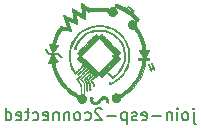
<source format=gbr>
%TF.GenerationSoftware,KiCad,Pcbnew,(5.1.6)-1*%
%TF.CreationDate,2020-10-06T21:24:19+08:00*%
%TF.ProjectId,esp32,65737033-322e-46b6-9963-61645f706362,rev?*%
%TF.SameCoordinates,Original*%
%TF.FileFunction,Legend,Bot*%
%TF.FilePolarity,Positive*%
%FSLAX46Y46*%
G04 Gerber Fmt 4.6, Leading zero omitted, Abs format (unit mm)*
G04 Created by KiCad (PCBNEW (5.1.6)-1) date 2020-10-06 21:24:19*
%MOMM*%
%LPD*%
G01*
G04 APERTURE LIST*
%ADD10C,0.150000*%
%ADD11C,0.010000*%
G04 APERTURE END LIST*
D10*
X138552380Y-34185714D02*
X138552380Y-35042857D01*
X138600000Y-35138095D01*
X138695238Y-35185714D01*
X138742857Y-35185714D01*
X138552380Y-33852380D02*
X138600000Y-33900000D01*
X138552380Y-33947619D01*
X138504761Y-33900000D01*
X138552380Y-33852380D01*
X138552380Y-33947619D01*
X137933333Y-34852380D02*
X138028571Y-34804761D01*
X138076190Y-34757142D01*
X138123809Y-34661904D01*
X138123809Y-34376190D01*
X138076190Y-34280952D01*
X138028571Y-34233333D01*
X137933333Y-34185714D01*
X137790476Y-34185714D01*
X137695238Y-34233333D01*
X137647619Y-34280952D01*
X137600000Y-34376190D01*
X137600000Y-34661904D01*
X137647619Y-34757142D01*
X137695238Y-34804761D01*
X137790476Y-34852380D01*
X137933333Y-34852380D01*
X137171428Y-34852380D02*
X137171428Y-34185714D01*
X137171428Y-33852380D02*
X137219047Y-33900000D01*
X137171428Y-33947619D01*
X137123809Y-33900000D01*
X137171428Y-33852380D01*
X137171428Y-33947619D01*
X136695238Y-34185714D02*
X136695238Y-34852380D01*
X136695238Y-34280952D02*
X136647619Y-34233333D01*
X136552380Y-34185714D01*
X136409523Y-34185714D01*
X136314285Y-34233333D01*
X136266666Y-34328571D01*
X136266666Y-34852380D01*
X135790476Y-34471428D02*
X135028571Y-34471428D01*
X134171428Y-34804761D02*
X134266666Y-34852380D01*
X134457142Y-34852380D01*
X134552380Y-34804761D01*
X134600000Y-34709523D01*
X134600000Y-34328571D01*
X134552380Y-34233333D01*
X134457142Y-34185714D01*
X134266666Y-34185714D01*
X134171428Y-34233333D01*
X134123809Y-34328571D01*
X134123809Y-34423809D01*
X134600000Y-34519047D01*
X133742857Y-34804761D02*
X133647619Y-34852380D01*
X133457142Y-34852380D01*
X133361904Y-34804761D01*
X133314285Y-34709523D01*
X133314285Y-34661904D01*
X133361904Y-34566666D01*
X133457142Y-34519047D01*
X133600000Y-34519047D01*
X133695238Y-34471428D01*
X133742857Y-34376190D01*
X133742857Y-34328571D01*
X133695238Y-34233333D01*
X133600000Y-34185714D01*
X133457142Y-34185714D01*
X133361904Y-34233333D01*
X132885714Y-34185714D02*
X132885714Y-35185714D01*
X132885714Y-34233333D02*
X132790476Y-34185714D01*
X132600000Y-34185714D01*
X132504761Y-34233333D01*
X132457142Y-34280952D01*
X132409523Y-34376190D01*
X132409523Y-34661904D01*
X132457142Y-34757142D01*
X132504761Y-34804761D01*
X132600000Y-34852380D01*
X132790476Y-34852380D01*
X132885714Y-34804761D01*
X131980952Y-34471428D02*
X131219047Y-34471428D01*
X130790476Y-33947619D02*
X130742857Y-33900000D01*
X130647619Y-33852380D01*
X130409523Y-33852380D01*
X130314285Y-33900000D01*
X130266666Y-33947619D01*
X130219047Y-34042857D01*
X130219047Y-34138095D01*
X130266666Y-34280952D01*
X130838095Y-34852380D01*
X130219047Y-34852380D01*
X129361904Y-34804761D02*
X129457142Y-34852380D01*
X129647619Y-34852380D01*
X129742857Y-34804761D01*
X129790476Y-34757142D01*
X129838095Y-34661904D01*
X129838095Y-34376190D01*
X129790476Y-34280952D01*
X129742857Y-34233333D01*
X129647619Y-34185714D01*
X129457142Y-34185714D01*
X129361904Y-34233333D01*
X128790476Y-34852380D02*
X128885714Y-34804761D01*
X128933333Y-34757142D01*
X128980952Y-34661904D01*
X128980952Y-34376190D01*
X128933333Y-34280952D01*
X128885714Y-34233333D01*
X128790476Y-34185714D01*
X128647619Y-34185714D01*
X128552380Y-34233333D01*
X128504761Y-34280952D01*
X128457142Y-34376190D01*
X128457142Y-34661904D01*
X128504761Y-34757142D01*
X128552380Y-34804761D01*
X128647619Y-34852380D01*
X128790476Y-34852380D01*
X128028571Y-34185714D02*
X128028571Y-34852380D01*
X128028571Y-34280952D02*
X127980952Y-34233333D01*
X127885714Y-34185714D01*
X127742857Y-34185714D01*
X127647619Y-34233333D01*
X127600000Y-34328571D01*
X127600000Y-34852380D01*
X127123809Y-34185714D02*
X127123809Y-34852380D01*
X127123809Y-34280952D02*
X127076190Y-34233333D01*
X126980952Y-34185714D01*
X126838095Y-34185714D01*
X126742857Y-34233333D01*
X126695238Y-34328571D01*
X126695238Y-34852380D01*
X125838095Y-34804761D02*
X125933333Y-34852380D01*
X126123809Y-34852380D01*
X126219047Y-34804761D01*
X126266666Y-34709523D01*
X126266666Y-34328571D01*
X126219047Y-34233333D01*
X126123809Y-34185714D01*
X125933333Y-34185714D01*
X125838095Y-34233333D01*
X125790476Y-34328571D01*
X125790476Y-34423809D01*
X126266666Y-34519047D01*
X124933333Y-34804761D02*
X125028571Y-34852380D01*
X125219047Y-34852380D01*
X125314285Y-34804761D01*
X125361904Y-34757142D01*
X125409523Y-34661904D01*
X125409523Y-34376190D01*
X125361904Y-34280952D01*
X125314285Y-34233333D01*
X125219047Y-34185714D01*
X125028571Y-34185714D01*
X124933333Y-34233333D01*
X124647619Y-34185714D02*
X124266666Y-34185714D01*
X124504761Y-33852380D02*
X124504761Y-34709523D01*
X124457142Y-34804761D01*
X124361904Y-34852380D01*
X124266666Y-34852380D01*
X123552380Y-34804761D02*
X123647619Y-34852380D01*
X123838095Y-34852380D01*
X123933333Y-34804761D01*
X123980952Y-34709523D01*
X123980952Y-34328571D01*
X123933333Y-34233333D01*
X123838095Y-34185714D01*
X123647619Y-34185714D01*
X123552380Y-34233333D01*
X123504761Y-34328571D01*
X123504761Y-34423809D01*
X123980952Y-34519047D01*
X122647619Y-34852380D02*
X122647619Y-33852380D01*
X122647619Y-34804761D02*
X122742857Y-34852380D01*
X122933333Y-34852380D01*
X123028571Y-34804761D01*
X123076190Y-34757142D01*
X123123809Y-34661904D01*
X123123809Y-34376190D01*
X123076190Y-34280952D01*
X123028571Y-34233333D01*
X122933333Y-34185714D01*
X122742857Y-34185714D01*
X122647619Y-34233333D01*
D11*
%TO.C,G\u002A\u002A\u002A*%
G36*
X130900613Y-32835701D02*
G01*
X130824247Y-32852723D01*
X130750779Y-32884944D01*
X130678924Y-32933137D01*
X130607398Y-32998074D01*
X130534917Y-33080527D01*
X130504315Y-33119990D01*
X130447383Y-33188603D01*
X130392325Y-33239874D01*
X130337752Y-33274989D01*
X130308194Y-33287581D01*
X130243876Y-33301006D01*
X130180589Y-33297182D01*
X130121147Y-33277588D01*
X130068364Y-33243706D01*
X130025054Y-33197014D01*
X129994029Y-33138995D01*
X129987287Y-33118735D01*
X129984317Y-33089096D01*
X129992390Y-33052888D01*
X129994904Y-33045608D01*
X130005393Y-32996238D01*
X129998976Y-32954406D01*
X129975792Y-32920683D01*
X129961257Y-32909187D01*
X129931114Y-32892723D01*
X129903865Y-32888925D01*
X129871623Y-32897189D01*
X129860844Y-32901490D01*
X129838774Y-32914348D01*
X129821182Y-32934866D01*
X129803571Y-32968307D01*
X129803332Y-32968828D01*
X129782361Y-33036129D01*
X129778196Y-33106350D01*
X129789541Y-33177287D01*
X129815099Y-33246737D01*
X129853573Y-33312495D01*
X129903665Y-33372359D01*
X129964078Y-33424125D01*
X130033516Y-33465591D01*
X130110681Y-33494551D01*
X130113222Y-33495236D01*
X130160754Y-33503511D01*
X130217780Y-33507028D01*
X130275562Y-33505671D01*
X130325359Y-33499324D01*
X130330774Y-33498130D01*
X130409018Y-33470764D01*
X130486725Y-33426249D01*
X130561712Y-33366182D01*
X130631796Y-33292156D01*
X130657743Y-33259296D01*
X130717294Y-33185464D01*
X130774215Y-33125994D01*
X130827246Y-33082098D01*
X130866646Y-33058714D01*
X130920287Y-33041671D01*
X130973598Y-33039222D01*
X131023588Y-33049917D01*
X131067266Y-33072303D01*
X131101642Y-33104929D01*
X131123725Y-33146346D01*
X131130585Y-33186785D01*
X131129605Y-33219796D01*
X131126030Y-33249279D01*
X131124324Y-33256781D01*
X131121889Y-33268849D01*
X131124318Y-33278583D01*
X131134413Y-33288454D01*
X131154978Y-33300928D01*
X131188813Y-33318474D01*
X131201748Y-33324984D01*
X131238298Y-33342924D01*
X131268802Y-33357119D01*
X131289230Y-33365738D01*
X131295204Y-33367482D01*
X131305583Y-33358775D01*
X131315897Y-33335410D01*
X131325149Y-33301522D01*
X131332344Y-33261245D01*
X131336488Y-33218712D01*
X131337093Y-33193445D01*
X131328023Y-33110336D01*
X131302507Y-33036319D01*
X131260712Y-32971653D01*
X131202805Y-32916597D01*
X131130074Y-32871962D01*
X131088978Y-32853095D01*
X131054526Y-32841823D01*
X131017565Y-32835756D01*
X130981160Y-32833105D01*
X130900613Y-32835701D01*
G37*
X130900613Y-32835701D02*
X130824247Y-32852723D01*
X130750779Y-32884944D01*
X130678924Y-32933137D01*
X130607398Y-32998074D01*
X130534917Y-33080527D01*
X130504315Y-33119990D01*
X130447383Y-33188603D01*
X130392325Y-33239874D01*
X130337752Y-33274989D01*
X130308194Y-33287581D01*
X130243876Y-33301006D01*
X130180589Y-33297182D01*
X130121147Y-33277588D01*
X130068364Y-33243706D01*
X130025054Y-33197014D01*
X129994029Y-33138995D01*
X129987287Y-33118735D01*
X129984317Y-33089096D01*
X129992390Y-33052888D01*
X129994904Y-33045608D01*
X130005393Y-32996238D01*
X129998976Y-32954406D01*
X129975792Y-32920683D01*
X129961257Y-32909187D01*
X129931114Y-32892723D01*
X129903865Y-32888925D01*
X129871623Y-32897189D01*
X129860844Y-32901490D01*
X129838774Y-32914348D01*
X129821182Y-32934866D01*
X129803571Y-32968307D01*
X129803332Y-32968828D01*
X129782361Y-33036129D01*
X129778196Y-33106350D01*
X129789541Y-33177287D01*
X129815099Y-33246737D01*
X129853573Y-33312495D01*
X129903665Y-33372359D01*
X129964078Y-33424125D01*
X130033516Y-33465591D01*
X130110681Y-33494551D01*
X130113222Y-33495236D01*
X130160754Y-33503511D01*
X130217780Y-33507028D01*
X130275562Y-33505671D01*
X130325359Y-33499324D01*
X130330774Y-33498130D01*
X130409018Y-33470764D01*
X130486725Y-33426249D01*
X130561712Y-33366182D01*
X130631796Y-33292156D01*
X130657743Y-33259296D01*
X130717294Y-33185464D01*
X130774215Y-33125994D01*
X130827246Y-33082098D01*
X130866646Y-33058714D01*
X130920287Y-33041671D01*
X130973598Y-33039222D01*
X131023588Y-33049917D01*
X131067266Y-33072303D01*
X131101642Y-33104929D01*
X131123725Y-33146346D01*
X131130585Y-33186785D01*
X131129605Y-33219796D01*
X131126030Y-33249279D01*
X131124324Y-33256781D01*
X131121889Y-33268849D01*
X131124318Y-33278583D01*
X131134413Y-33288454D01*
X131154978Y-33300928D01*
X131188813Y-33318474D01*
X131201748Y-33324984D01*
X131238298Y-33342924D01*
X131268802Y-33357119D01*
X131289230Y-33365738D01*
X131295204Y-33367482D01*
X131305583Y-33358775D01*
X131315897Y-33335410D01*
X131325149Y-33301522D01*
X131332344Y-33261245D01*
X131336488Y-33218712D01*
X131337093Y-33193445D01*
X131328023Y-33110336D01*
X131302507Y-33036319D01*
X131260712Y-32971653D01*
X131202805Y-32916597D01*
X131130074Y-32871962D01*
X131088978Y-32853095D01*
X131054526Y-32841823D01*
X131017565Y-32835756D01*
X130981160Y-32833105D01*
X130900613Y-32835701D01*
G36*
X129032122Y-24913704D02*
G01*
X129033635Y-24940136D01*
X129036255Y-24981778D01*
X129039864Y-25036852D01*
X129044344Y-25103579D01*
X129049576Y-25180182D01*
X129055442Y-25264881D01*
X129061823Y-25355898D01*
X129063456Y-25379025D01*
X129069892Y-25471443D01*
X129075730Y-25558082D01*
X129080863Y-25637149D01*
X129085186Y-25706850D01*
X129088589Y-25765391D01*
X129090966Y-25810980D01*
X129092210Y-25841821D01*
X129092214Y-25856123D01*
X129092018Y-25856895D01*
X129083223Y-25853196D01*
X129059770Y-25840758D01*
X129023177Y-25820449D01*
X128974965Y-25793138D01*
X128916652Y-25759693D01*
X128849757Y-25720982D01*
X128775800Y-25677874D01*
X128696298Y-25631237D01*
X128663271Y-25611781D01*
X128581986Y-25563872D01*
X128505694Y-25518978D01*
X128435911Y-25477983D01*
X128374150Y-25441774D01*
X128321927Y-25411237D01*
X128280757Y-25387259D01*
X128252152Y-25370727D01*
X128237630Y-25362527D01*
X128236104Y-25361778D01*
X128237031Y-25370753D01*
X128240935Y-25396519D01*
X128247523Y-25437341D01*
X128256505Y-25491479D01*
X128267589Y-25557198D01*
X128280483Y-25632760D01*
X128294897Y-25716428D01*
X128310537Y-25806465D01*
X128315360Y-25834087D01*
X128331329Y-25925785D01*
X128346177Y-26011717D01*
X128359608Y-26090132D01*
X128371328Y-26159280D01*
X128381045Y-26217409D01*
X128388462Y-26262770D01*
X128393286Y-26293612D01*
X128395223Y-26308185D01*
X128395203Y-26309118D01*
X128386302Y-26306032D01*
X128361749Y-26296155D01*
X128323159Y-26280171D01*
X128272148Y-26258759D01*
X128210331Y-26232604D01*
X128139323Y-26202386D01*
X128060739Y-26168787D01*
X127976195Y-26132490D01*
X127943197Y-26118284D01*
X127856780Y-26081174D01*
X127775657Y-26046569D01*
X127701451Y-26015144D01*
X127635784Y-25987575D01*
X127580280Y-25964540D01*
X127536560Y-25946713D01*
X127506247Y-25934772D01*
X127490964Y-25929391D01*
X127489439Y-25929203D01*
X127491599Y-25938660D01*
X127499389Y-25964331D01*
X127512287Y-26004647D01*
X127529775Y-26058041D01*
X127551330Y-26122943D01*
X127576433Y-26197786D01*
X127604563Y-26281003D01*
X127635200Y-26371025D01*
X127664889Y-26457741D01*
X127697374Y-26552545D01*
X127727877Y-26641918D01*
X127755872Y-26724299D01*
X127780835Y-26798126D01*
X127802240Y-26861838D01*
X127819564Y-26913874D01*
X127832282Y-26952674D01*
X127839869Y-26976676D01*
X127841869Y-26984344D01*
X127832164Y-26983805D01*
X127806132Y-26981052D01*
X127766093Y-26976366D01*
X127714368Y-26970027D01*
X127653278Y-26962317D01*
X127585145Y-26953516D01*
X127561468Y-26950414D01*
X127284011Y-26913945D01*
X127267500Y-26935139D01*
X127256871Y-26949738D01*
X127237789Y-26976876D01*
X127212362Y-27013520D01*
X127182697Y-27056637D01*
X127158019Y-27092741D01*
X127032322Y-27288629D01*
X126920992Y-27487171D01*
X126821168Y-27693771D01*
X126749230Y-27864544D01*
X126726666Y-27923603D01*
X126702493Y-27990672D01*
X126677867Y-28062176D01*
X126653941Y-28134535D01*
X126631872Y-28204173D01*
X126612813Y-28267512D01*
X126597921Y-28320974D01*
X126588348Y-28360983D01*
X126587398Y-28365844D01*
X126580588Y-28389893D01*
X126572130Y-28404446D01*
X126570090Y-28405758D01*
X126557423Y-28405643D01*
X126529889Y-28402661D01*
X126491133Y-28397291D01*
X126444802Y-28390008D01*
X126427814Y-28387154D01*
X126380605Y-28379234D01*
X126340608Y-28372793D01*
X126311179Y-28368349D01*
X126295677Y-28366425D01*
X126294141Y-28366457D01*
X126296888Y-28375356D01*
X126305552Y-28400024D01*
X126319457Y-28438607D01*
X126337924Y-28489253D01*
X126360278Y-28550108D01*
X126385841Y-28619320D01*
X126413936Y-28695035D01*
X126426963Y-28730032D01*
X126456336Y-28808952D01*
X126483820Y-28882961D01*
X126508683Y-28950070D01*
X126530190Y-29008292D01*
X126547607Y-29055638D01*
X126560201Y-29090121D01*
X126567238Y-29109752D01*
X126568326Y-29112982D01*
X126574897Y-29134148D01*
X126421393Y-29133882D01*
X126267889Y-29133615D01*
X126180024Y-28997474D01*
X126092160Y-28861333D01*
X126026370Y-28861333D01*
X125994488Y-28862346D01*
X125972091Y-28865013D01*
X125963641Y-28868778D01*
X125963716Y-28869149D01*
X125969555Y-28878931D01*
X125984242Y-28902146D01*
X126006298Y-28936497D01*
X126034245Y-28979689D01*
X126066605Y-29029426D01*
X126087757Y-29061810D01*
X126208662Y-29246654D01*
X126395821Y-29249197D01*
X126582981Y-29251741D01*
X126395969Y-29632741D01*
X126357509Y-29711180D01*
X126321769Y-29784236D01*
X126289568Y-29850218D01*
X126261730Y-29907437D01*
X126239074Y-29954201D01*
X126222422Y-29988821D01*
X126212596Y-30009606D01*
X126210201Y-30015137D01*
X126219413Y-30014267D01*
X126244038Y-30010955D01*
X126280898Y-30005655D01*
X126326815Y-29998819D01*
X126357259Y-29994189D01*
X126407490Y-29986530D01*
X126450960Y-29979974D01*
X126484365Y-29975013D01*
X126504403Y-29972141D01*
X126508601Y-29971626D01*
X126512443Y-29980157D01*
X126518357Y-30003318D01*
X126525411Y-30037165D01*
X126530186Y-30063130D01*
X126582929Y-30311863D01*
X126653591Y-30559896D01*
X126741309Y-30805349D01*
X126845225Y-31046341D01*
X126964477Y-31280992D01*
X127098206Y-31507421D01*
X127245552Y-31723749D01*
X127355400Y-31867000D01*
X127528517Y-32067687D01*
X127715748Y-32257667D01*
X127915360Y-32435508D01*
X128125619Y-32599778D01*
X128344793Y-32749044D01*
X128571147Y-32881875D01*
X128606258Y-32900634D01*
X128722531Y-32961952D01*
X128724283Y-33035365D01*
X128734894Y-33119238D01*
X128761744Y-33195469D01*
X128803597Y-33262315D01*
X128859217Y-33318037D01*
X128927366Y-33360894D01*
X128967346Y-33377519D01*
X129012366Y-33388459D01*
X129065890Y-33394184D01*
X129120848Y-33394556D01*
X129170171Y-33389436D01*
X129198810Y-33382058D01*
X129277970Y-33343871D01*
X129344020Y-33292743D01*
X129396156Y-33229390D01*
X129421256Y-33184037D01*
X129433779Y-33155030D01*
X129441598Y-33129223D01*
X129445782Y-33100494D01*
X129447404Y-33062725D01*
X129447592Y-33033519D01*
X129447060Y-32988211D01*
X129444687Y-32955493D01*
X129439309Y-32929154D01*
X129429759Y-32902981D01*
X129418481Y-32878296D01*
X129397179Y-32840114D01*
X129371213Y-32802624D01*
X129350277Y-32778274D01*
X129311185Y-32739399D01*
X129311185Y-31723929D01*
X129028385Y-31397299D01*
X129383427Y-31042165D01*
X129461259Y-30964362D01*
X129526920Y-30898897D01*
X129581507Y-30844769D01*
X129626120Y-30800976D01*
X129661854Y-30766518D01*
X129689809Y-30740393D01*
X129711083Y-30721600D01*
X129726772Y-30709139D01*
X129737977Y-30702007D01*
X129745793Y-30699205D01*
X129751319Y-30699730D01*
X129755653Y-30702582D01*
X129755750Y-30702669D01*
X129762944Y-30707854D01*
X129770942Y-30708673D01*
X129781982Y-30703487D01*
X129798306Y-30690660D01*
X129822153Y-30668554D01*
X129855761Y-30635531D01*
X129878249Y-30613091D01*
X129983466Y-30507873D01*
X129871368Y-30394593D01*
X129765405Y-30500256D01*
X129725555Y-30540325D01*
X129697650Y-30569483D01*
X129680063Y-30589850D01*
X129671171Y-30603548D01*
X129669348Y-30612699D01*
X129672969Y-30619424D01*
X129673608Y-30620085D01*
X129675539Y-30624208D01*
X129674165Y-30630726D01*
X129668535Y-30640664D01*
X129657698Y-30655047D01*
X129640706Y-30674901D01*
X129616608Y-30701251D01*
X129584454Y-30735123D01*
X129543293Y-30777542D01*
X129492176Y-30829532D01*
X129430153Y-30892120D01*
X129356273Y-30966331D01*
X129307280Y-31015440D01*
X128926785Y-31396630D01*
X129081355Y-31574313D01*
X129235926Y-31751995D01*
X129235926Y-32697355D01*
X129199917Y-32684949D01*
X129168589Y-32676797D01*
X129130365Y-32670320D01*
X129112899Y-32668455D01*
X129061889Y-32664367D01*
X129059445Y-32227559D01*
X129057001Y-31790750D01*
X128892635Y-31593690D01*
X128849459Y-31541747D01*
X128810513Y-31494549D01*
X128777352Y-31454008D01*
X128751529Y-31422036D01*
X128734600Y-31400545D01*
X128728120Y-31391447D01*
X128728097Y-31391340D01*
X128734500Y-31383905D01*
X128753032Y-31364231D01*
X128782588Y-31333453D01*
X128822062Y-31292705D01*
X128870348Y-31243123D01*
X128926342Y-31185839D01*
X128988938Y-31121989D01*
X129057030Y-31052707D01*
X129129512Y-30979127D01*
X129152455Y-30955872D01*
X129237811Y-30869411D01*
X129310960Y-30795433D01*
X129372894Y-30733012D01*
X129424603Y-30681222D01*
X129467078Y-30639136D01*
X129501309Y-30605827D01*
X129528288Y-30580369D01*
X129549006Y-30561835D01*
X129564453Y-30549300D01*
X129575620Y-30541836D01*
X129583498Y-30538518D01*
X129589077Y-30538418D01*
X129593350Y-30540610D01*
X129595044Y-30542037D01*
X129602395Y-30547612D01*
X129610209Y-30549001D01*
X129620746Y-30544578D01*
X129636265Y-30532712D01*
X129659026Y-30511774D01*
X129691288Y-30480137D01*
X129718323Y-30453165D01*
X129823541Y-30347947D01*
X129767491Y-30291307D01*
X129711442Y-30234667D01*
X129605546Y-30340263D01*
X129560902Y-30385929D01*
X129529674Y-30420477D01*
X129512158Y-30443555D01*
X129508651Y-30454809D01*
X129508899Y-30455107D01*
X129517523Y-30469368D01*
X129518148Y-30473170D01*
X129511677Y-30481165D01*
X129492990Y-30501351D01*
X129463173Y-30532617D01*
X129423312Y-30573850D01*
X129374494Y-30623937D01*
X129317806Y-30681764D01*
X129254333Y-30746219D01*
X129185162Y-30816190D01*
X129111380Y-30890563D01*
X129071296Y-30930865D01*
X128995521Y-31007132D01*
X128923791Y-31079615D01*
X128857191Y-31147199D01*
X128796811Y-31208765D01*
X128743735Y-31263198D01*
X128699052Y-31309381D01*
X128663849Y-31346196D01*
X128639212Y-31372527D01*
X128626229Y-31387257D01*
X128624444Y-31389964D01*
X128630321Y-31399477D01*
X128646937Y-31421384D01*
X128672771Y-31453807D01*
X128706300Y-31494868D01*
X128746005Y-31542691D01*
X128790362Y-31595396D01*
X128802814Y-31610073D01*
X128981184Y-31819963D01*
X128981555Y-32250226D01*
X128981926Y-32680488D01*
X128948454Y-32694474D01*
X128917256Y-32709832D01*
X128888023Y-32727660D01*
X128887169Y-32728264D01*
X128859355Y-32748069D01*
X128767770Y-32699069D01*
X128582280Y-32594940D01*
X128411912Y-32488629D01*
X128252980Y-32377427D01*
X128101799Y-32258621D01*
X127954684Y-32129501D01*
X127829047Y-32008582D01*
X127648659Y-31816416D01*
X127485034Y-31617133D01*
X127337313Y-31409390D01*
X127204640Y-31191844D01*
X127086157Y-30963152D01*
X126981007Y-30721970D01*
X126940802Y-30617136D01*
X126919940Y-30557333D01*
X126897952Y-30488547D01*
X126875586Y-30413687D01*
X126853592Y-30335664D01*
X126832718Y-30257388D01*
X126813712Y-30181768D01*
X126797323Y-30111714D01*
X126784301Y-30050136D01*
X126775393Y-29999944D01*
X126771349Y-29964049D01*
X126771185Y-29957906D01*
X126771725Y-29948165D01*
X126775091Y-29940721D01*
X126783899Y-29934767D01*
X126800764Y-29929496D01*
X126828302Y-29924101D01*
X126869131Y-29917775D01*
X126925866Y-29909711D01*
X126928759Y-29909305D01*
X126972658Y-29902707D01*
X127008857Y-29896429D01*
X127033800Y-29891151D01*
X127043935Y-29887550D01*
X127044000Y-29887346D01*
X127039001Y-29878478D01*
X127024735Y-29855607D01*
X127002302Y-29820434D01*
X126972797Y-29774660D01*
X126937320Y-29719987D01*
X126896967Y-29658114D01*
X126852836Y-29590742D01*
X126837011Y-29566649D01*
X126630023Y-29251741D01*
X126829474Y-29249196D01*
X126899611Y-29248567D01*
X126952894Y-29248759D01*
X126991268Y-29249862D01*
X127016681Y-29251963D01*
X127031079Y-29255152D01*
X127036009Y-29258604D01*
X127044000Y-29269612D01*
X127061701Y-29292618D01*
X127087029Y-29324959D01*
X127117901Y-29363973D01*
X127144676Y-29397556D01*
X127246259Y-29524556D01*
X127315390Y-29527338D01*
X127353186Y-29527678D01*
X127375626Y-29525198D01*
X127381242Y-29520618D01*
X127374736Y-29510912D01*
X127358138Y-29488548D01*
X127333044Y-29455614D01*
X127301055Y-29414192D01*
X127263768Y-29366367D01*
X127229412Y-29322632D01*
X127080862Y-29134148D01*
X126864875Y-29134148D01*
X126803417Y-29133855D01*
X126748791Y-29133034D01*
X126703620Y-29131770D01*
X126670527Y-29130149D01*
X126652135Y-29128256D01*
X126649235Y-29127093D01*
X126654771Y-29118273D01*
X126670430Y-29096048D01*
X126695019Y-29062044D01*
X126727345Y-29017888D01*
X126766215Y-28965207D01*
X126810435Y-28905626D01*
X126858815Y-28840774D01*
X126878632Y-28814296D01*
X126928182Y-28748028D01*
X126973943Y-28686582D01*
X127014741Y-28631552D01*
X127049400Y-28584535D01*
X127076747Y-28547125D01*
X127095607Y-28520919D01*
X127104805Y-28507511D01*
X127105515Y-28506088D01*
X127095989Y-28503679D01*
X127071244Y-28498715D01*
X127034602Y-28491829D01*
X126989385Y-28483655D01*
X126968346Y-28479939D01*
X126920288Y-28471292D01*
X126879207Y-28463490D01*
X126848488Y-28457206D01*
X126831516Y-28453117D01*
X126829304Y-28452219D01*
X126829744Y-28441329D01*
X126835398Y-28415437D01*
X126845411Y-28377350D01*
X126858929Y-28329874D01*
X126875097Y-28275815D01*
X126893060Y-28217982D01*
X126911963Y-28159179D01*
X126930951Y-28102214D01*
X126949169Y-28049895D01*
X126964532Y-28008232D01*
X127029973Y-27849638D01*
X127105968Y-27686977D01*
X127189422Y-27526271D01*
X127277242Y-27373543D01*
X127347946Y-27262074D01*
X127369009Y-27230503D01*
X127385843Y-27205418D01*
X127395944Y-27190542D01*
X127397650Y-27188141D01*
X127407249Y-27188615D01*
X127433589Y-27191339D01*
X127474762Y-27196079D01*
X127528860Y-27202604D01*
X127593972Y-27210679D01*
X127668191Y-27220073D01*
X127749608Y-27230553D01*
X127806576Y-27237980D01*
X127891686Y-27249062D01*
X127970841Y-27259237D01*
X128042136Y-27268269D01*
X128103665Y-27275922D01*
X128153523Y-27281963D01*
X128189805Y-27286154D01*
X128210605Y-27288262D01*
X128214928Y-27288395D01*
X128212386Y-27279222D01*
X128204261Y-27253994D01*
X128191135Y-27214429D01*
X128173589Y-27162249D01*
X128152203Y-27099172D01*
X128127560Y-27026920D01*
X128100241Y-26947212D01*
X128070827Y-26861770D01*
X128067749Y-26852852D01*
X128037867Y-26766165D01*
X128009759Y-26684427D01*
X127984046Y-26609453D01*
X127961348Y-26543060D01*
X127942284Y-26487066D01*
X127927475Y-26443287D01*
X127917540Y-26413541D01*
X127913099Y-26399643D01*
X127913018Y-26399340D01*
X127913517Y-26395230D01*
X127918668Y-26393846D01*
X127929833Y-26395713D01*
X127948377Y-26401356D01*
X127975664Y-26411301D01*
X128013056Y-26426073D01*
X128061919Y-26446198D01*
X128123615Y-26472201D01*
X128199508Y-26504607D01*
X128290963Y-26543943D01*
X128313286Y-26553571D01*
X128395273Y-26588821D01*
X128471883Y-26621527D01*
X128541409Y-26650977D01*
X128602143Y-26676458D01*
X128652380Y-26697259D01*
X128690411Y-26712667D01*
X128714529Y-26721971D01*
X128723007Y-26724499D01*
X128722268Y-26714691D01*
X128718545Y-26688208D01*
X128712143Y-26646898D01*
X128703363Y-26592612D01*
X128692510Y-26527198D01*
X128679885Y-26452508D01*
X128665792Y-26370390D01*
X128652403Y-26293375D01*
X128637250Y-26206284D01*
X128623260Y-26125026D01*
X128610742Y-26051445D01*
X128600000Y-25987386D01*
X128591342Y-25934693D01*
X128585075Y-25895212D01*
X128581506Y-25870786D01*
X128580841Y-25863208D01*
X128589307Y-25867220D01*
X128612401Y-25879918D01*
X128648563Y-25900403D01*
X128696232Y-25927773D01*
X128753848Y-25961128D01*
X128819849Y-25999567D01*
X128892676Y-26042190D01*
X128970768Y-26088095D01*
X128982483Y-26094998D01*
X129061179Y-26141325D01*
X129134793Y-26184544D01*
X129201771Y-26223751D01*
X129260557Y-26258040D01*
X129309595Y-26286508D01*
X129347332Y-26308248D01*
X129372210Y-26322356D01*
X129382674Y-26327927D01*
X129382903Y-26327972D01*
X129382640Y-26318495D01*
X129381147Y-26292093D01*
X129378546Y-26250607D01*
X129374959Y-26195877D01*
X129370510Y-26129744D01*
X129365320Y-26054050D01*
X129359511Y-25970635D01*
X129353394Y-25883975D01*
X129347134Y-25794756D01*
X129341440Y-25711413D01*
X129336425Y-25635794D01*
X129332206Y-25569749D01*
X129328898Y-25515129D01*
X129326617Y-25473783D01*
X129325478Y-25447562D01*
X129325573Y-25438328D01*
X129333847Y-25442582D01*
X129354970Y-25456499D01*
X129386695Y-25478514D01*
X129426776Y-25507057D01*
X129472967Y-25540562D01*
X129491115Y-25553872D01*
X129539538Y-25588877D01*
X129583328Y-25619377D01*
X129620099Y-25643800D01*
X129647463Y-25660579D01*
X129663032Y-25668144D01*
X129665255Y-25668324D01*
X129682598Y-25663704D01*
X129714785Y-25656939D01*
X129758056Y-25648696D01*
X129808653Y-25639641D01*
X129862815Y-25630439D01*
X129916784Y-25621757D01*
X129966800Y-25614261D01*
X129983814Y-25611886D01*
X130173931Y-25591728D01*
X130371796Y-25581464D01*
X130573119Y-25580934D01*
X130773612Y-25589981D01*
X130968985Y-25608447D01*
X131154949Y-25636171D01*
X131270277Y-25659427D01*
X131303751Y-25667512D01*
X131322794Y-25674529D01*
X131331442Y-25683027D01*
X131333727Y-25695550D01*
X131333777Y-25699523D01*
X131341338Y-25749865D01*
X131362369Y-25805316D01*
X131394397Y-25861001D01*
X131434946Y-25912042D01*
X131448738Y-25926043D01*
X131504465Y-25970209D01*
X131565613Y-25999357D01*
X131636167Y-26015120D01*
X131674037Y-26018387D01*
X131748875Y-26017171D01*
X131813215Y-26004170D01*
X131872359Y-25977814D01*
X131920258Y-25945475D01*
X131978743Y-25889891D01*
X132021554Y-25824556D01*
X132049520Y-25748125D01*
X132054170Y-25727710D01*
X132061412Y-25688081D01*
X132063867Y-25657726D01*
X132061533Y-25627722D01*
X132054407Y-25589148D01*
X132054122Y-25587779D01*
X132028649Y-25506460D01*
X131988523Y-25436932D01*
X131933583Y-25378988D01*
X131863669Y-25332423D01*
X131851535Y-25326237D01*
X131826306Y-25314702D01*
X131803492Y-25307245D01*
X131777805Y-25302995D01*
X131743956Y-25301080D01*
X131696656Y-25300630D01*
X131695963Y-25300630D01*
X131648431Y-25301070D01*
X131614424Y-25302968D01*
X131588663Y-25307189D01*
X131565867Y-25314598D01*
X131540756Y-25326062D01*
X131540721Y-25326080D01*
X131503497Y-25347857D01*
X131465899Y-25375207D01*
X131448683Y-25390233D01*
X131408405Y-25428936D01*
X131260554Y-25400159D01*
X131018660Y-25360949D01*
X130772269Y-25336207D01*
X130524483Y-25325943D01*
X130278405Y-25330168D01*
X130037136Y-25348891D01*
X129803779Y-25382123D01*
X129734370Y-25395205D01*
X129726330Y-25394706D01*
X129713967Y-25390109D01*
X129695989Y-25380542D01*
X129671104Y-25365137D01*
X129638021Y-25343022D01*
X129595447Y-25313328D01*
X129542093Y-25275185D01*
X129476665Y-25227721D01*
X129397872Y-25170068D01*
X129372185Y-25151206D01*
X129302135Y-25099804D01*
X129236901Y-25052067D01*
X129178011Y-25009103D01*
X129126991Y-24972020D01*
X129085369Y-24941926D01*
X129054674Y-24919930D01*
X129036432Y-24907140D01*
X129031836Y-24904260D01*
X129032122Y-24913704D01*
G37*
X129032122Y-24913704D02*
X129033635Y-24940136D01*
X129036255Y-24981778D01*
X129039864Y-25036852D01*
X129044344Y-25103579D01*
X129049576Y-25180182D01*
X129055442Y-25264881D01*
X129061823Y-25355898D01*
X129063456Y-25379025D01*
X129069892Y-25471443D01*
X129075730Y-25558082D01*
X129080863Y-25637149D01*
X129085186Y-25706850D01*
X129088589Y-25765391D01*
X129090966Y-25810980D01*
X129092210Y-25841821D01*
X129092214Y-25856123D01*
X129092018Y-25856895D01*
X129083223Y-25853196D01*
X129059770Y-25840758D01*
X129023177Y-25820449D01*
X128974965Y-25793138D01*
X128916652Y-25759693D01*
X128849757Y-25720982D01*
X128775800Y-25677874D01*
X128696298Y-25631237D01*
X128663271Y-25611781D01*
X128581986Y-25563872D01*
X128505694Y-25518978D01*
X128435911Y-25477983D01*
X128374150Y-25441774D01*
X128321927Y-25411237D01*
X128280757Y-25387259D01*
X128252152Y-25370727D01*
X128237630Y-25362527D01*
X128236104Y-25361778D01*
X128237031Y-25370753D01*
X128240935Y-25396519D01*
X128247523Y-25437341D01*
X128256505Y-25491479D01*
X128267589Y-25557198D01*
X128280483Y-25632760D01*
X128294897Y-25716428D01*
X128310537Y-25806465D01*
X128315360Y-25834087D01*
X128331329Y-25925785D01*
X128346177Y-26011717D01*
X128359608Y-26090132D01*
X128371328Y-26159280D01*
X128381045Y-26217409D01*
X128388462Y-26262770D01*
X128393286Y-26293612D01*
X128395223Y-26308185D01*
X128395203Y-26309118D01*
X128386302Y-26306032D01*
X128361749Y-26296155D01*
X128323159Y-26280171D01*
X128272148Y-26258759D01*
X128210331Y-26232604D01*
X128139323Y-26202386D01*
X128060739Y-26168787D01*
X127976195Y-26132490D01*
X127943197Y-26118284D01*
X127856780Y-26081174D01*
X127775657Y-26046569D01*
X127701451Y-26015144D01*
X127635784Y-25987575D01*
X127580280Y-25964540D01*
X127536560Y-25946713D01*
X127506247Y-25934772D01*
X127490964Y-25929391D01*
X127489439Y-25929203D01*
X127491599Y-25938660D01*
X127499389Y-25964331D01*
X127512287Y-26004647D01*
X127529775Y-26058041D01*
X127551330Y-26122943D01*
X127576433Y-26197786D01*
X127604563Y-26281003D01*
X127635200Y-26371025D01*
X127664889Y-26457741D01*
X127697374Y-26552545D01*
X127727877Y-26641918D01*
X127755872Y-26724299D01*
X127780835Y-26798126D01*
X127802240Y-26861838D01*
X127819564Y-26913874D01*
X127832282Y-26952674D01*
X127839869Y-26976676D01*
X127841869Y-26984344D01*
X127832164Y-26983805D01*
X127806132Y-26981052D01*
X127766093Y-26976366D01*
X127714368Y-26970027D01*
X127653278Y-26962317D01*
X127585145Y-26953516D01*
X127561468Y-26950414D01*
X127284011Y-26913945D01*
X127267500Y-26935139D01*
X127256871Y-26949738D01*
X127237789Y-26976876D01*
X127212362Y-27013520D01*
X127182697Y-27056637D01*
X127158019Y-27092741D01*
X127032322Y-27288629D01*
X126920992Y-27487171D01*
X126821168Y-27693771D01*
X126749230Y-27864544D01*
X126726666Y-27923603D01*
X126702493Y-27990672D01*
X126677867Y-28062176D01*
X126653941Y-28134535D01*
X126631872Y-28204173D01*
X126612813Y-28267512D01*
X126597921Y-28320974D01*
X126588348Y-28360983D01*
X126587398Y-28365844D01*
X126580588Y-28389893D01*
X126572130Y-28404446D01*
X126570090Y-28405758D01*
X126557423Y-28405643D01*
X126529889Y-28402661D01*
X126491133Y-28397291D01*
X126444802Y-28390008D01*
X126427814Y-28387154D01*
X126380605Y-28379234D01*
X126340608Y-28372793D01*
X126311179Y-28368349D01*
X126295677Y-28366425D01*
X126294141Y-28366457D01*
X126296888Y-28375356D01*
X126305552Y-28400024D01*
X126319457Y-28438607D01*
X126337924Y-28489253D01*
X126360278Y-28550108D01*
X126385841Y-28619320D01*
X126413936Y-28695035D01*
X126426963Y-28730032D01*
X126456336Y-28808952D01*
X126483820Y-28882961D01*
X126508683Y-28950070D01*
X126530190Y-29008292D01*
X126547607Y-29055638D01*
X126560201Y-29090121D01*
X126567238Y-29109752D01*
X126568326Y-29112982D01*
X126574897Y-29134148D01*
X126421393Y-29133882D01*
X126267889Y-29133615D01*
X126180024Y-28997474D01*
X126092160Y-28861333D01*
X126026370Y-28861333D01*
X125994488Y-28862346D01*
X125972091Y-28865013D01*
X125963641Y-28868778D01*
X125963716Y-28869149D01*
X125969555Y-28878931D01*
X125984242Y-28902146D01*
X126006298Y-28936497D01*
X126034245Y-28979689D01*
X126066605Y-29029426D01*
X126087757Y-29061810D01*
X126208662Y-29246654D01*
X126395821Y-29249197D01*
X126582981Y-29251741D01*
X126395969Y-29632741D01*
X126357509Y-29711180D01*
X126321769Y-29784236D01*
X126289568Y-29850218D01*
X126261730Y-29907437D01*
X126239074Y-29954201D01*
X126222422Y-29988821D01*
X126212596Y-30009606D01*
X126210201Y-30015137D01*
X126219413Y-30014267D01*
X126244038Y-30010955D01*
X126280898Y-30005655D01*
X126326815Y-29998819D01*
X126357259Y-29994189D01*
X126407490Y-29986530D01*
X126450960Y-29979974D01*
X126484365Y-29975013D01*
X126504403Y-29972141D01*
X126508601Y-29971626D01*
X126512443Y-29980157D01*
X126518357Y-30003318D01*
X126525411Y-30037165D01*
X126530186Y-30063130D01*
X126582929Y-30311863D01*
X126653591Y-30559896D01*
X126741309Y-30805349D01*
X126845225Y-31046341D01*
X126964477Y-31280992D01*
X127098206Y-31507421D01*
X127245552Y-31723749D01*
X127355400Y-31867000D01*
X127528517Y-32067687D01*
X127715748Y-32257667D01*
X127915360Y-32435508D01*
X128125619Y-32599778D01*
X128344793Y-32749044D01*
X128571147Y-32881875D01*
X128606258Y-32900634D01*
X128722531Y-32961952D01*
X128724283Y-33035365D01*
X128734894Y-33119238D01*
X128761744Y-33195469D01*
X128803597Y-33262315D01*
X128859217Y-33318037D01*
X128927366Y-33360894D01*
X128967346Y-33377519D01*
X129012366Y-33388459D01*
X129065890Y-33394184D01*
X129120848Y-33394556D01*
X129170171Y-33389436D01*
X129198810Y-33382058D01*
X129277970Y-33343871D01*
X129344020Y-33292743D01*
X129396156Y-33229390D01*
X129421256Y-33184037D01*
X129433779Y-33155030D01*
X129441598Y-33129223D01*
X129445782Y-33100494D01*
X129447404Y-33062725D01*
X129447592Y-33033519D01*
X129447060Y-32988211D01*
X129444687Y-32955493D01*
X129439309Y-32929154D01*
X129429759Y-32902981D01*
X129418481Y-32878296D01*
X129397179Y-32840114D01*
X129371213Y-32802624D01*
X129350277Y-32778274D01*
X129311185Y-32739399D01*
X129311185Y-31723929D01*
X129028385Y-31397299D01*
X129383427Y-31042165D01*
X129461259Y-30964362D01*
X129526920Y-30898897D01*
X129581507Y-30844769D01*
X129626120Y-30800976D01*
X129661854Y-30766518D01*
X129689809Y-30740393D01*
X129711083Y-30721600D01*
X129726772Y-30709139D01*
X129737977Y-30702007D01*
X129745793Y-30699205D01*
X129751319Y-30699730D01*
X129755653Y-30702582D01*
X129755750Y-30702669D01*
X129762944Y-30707854D01*
X129770942Y-30708673D01*
X129781982Y-30703487D01*
X129798306Y-30690660D01*
X129822153Y-30668554D01*
X129855761Y-30635531D01*
X129878249Y-30613091D01*
X129983466Y-30507873D01*
X129871368Y-30394593D01*
X129765405Y-30500256D01*
X129725555Y-30540325D01*
X129697650Y-30569483D01*
X129680063Y-30589850D01*
X129671171Y-30603548D01*
X129669348Y-30612699D01*
X129672969Y-30619424D01*
X129673608Y-30620085D01*
X129675539Y-30624208D01*
X129674165Y-30630726D01*
X129668535Y-30640664D01*
X129657698Y-30655047D01*
X129640706Y-30674901D01*
X129616608Y-30701251D01*
X129584454Y-30735123D01*
X129543293Y-30777542D01*
X129492176Y-30829532D01*
X129430153Y-30892120D01*
X129356273Y-30966331D01*
X129307280Y-31015440D01*
X128926785Y-31396630D01*
X129081355Y-31574313D01*
X129235926Y-31751995D01*
X129235926Y-32697355D01*
X129199917Y-32684949D01*
X129168589Y-32676797D01*
X129130365Y-32670320D01*
X129112899Y-32668455D01*
X129061889Y-32664367D01*
X129059445Y-32227559D01*
X129057001Y-31790750D01*
X128892635Y-31593690D01*
X128849459Y-31541747D01*
X128810513Y-31494549D01*
X128777352Y-31454008D01*
X128751529Y-31422036D01*
X128734600Y-31400545D01*
X128728120Y-31391447D01*
X128728097Y-31391340D01*
X128734500Y-31383905D01*
X128753032Y-31364231D01*
X128782588Y-31333453D01*
X128822062Y-31292705D01*
X128870348Y-31243123D01*
X128926342Y-31185839D01*
X128988938Y-31121989D01*
X129057030Y-31052707D01*
X129129512Y-30979127D01*
X129152455Y-30955872D01*
X129237811Y-30869411D01*
X129310960Y-30795433D01*
X129372894Y-30733012D01*
X129424603Y-30681222D01*
X129467078Y-30639136D01*
X129501309Y-30605827D01*
X129528288Y-30580369D01*
X129549006Y-30561835D01*
X129564453Y-30549300D01*
X129575620Y-30541836D01*
X129583498Y-30538518D01*
X129589077Y-30538418D01*
X129593350Y-30540610D01*
X129595044Y-30542037D01*
X129602395Y-30547612D01*
X129610209Y-30549001D01*
X129620746Y-30544578D01*
X129636265Y-30532712D01*
X129659026Y-30511774D01*
X129691288Y-30480137D01*
X129718323Y-30453165D01*
X129823541Y-30347947D01*
X129767491Y-30291307D01*
X129711442Y-30234667D01*
X129605546Y-30340263D01*
X129560902Y-30385929D01*
X129529674Y-30420477D01*
X129512158Y-30443555D01*
X129508651Y-30454809D01*
X129508899Y-30455107D01*
X129517523Y-30469368D01*
X129518148Y-30473170D01*
X129511677Y-30481165D01*
X129492990Y-30501351D01*
X129463173Y-30532617D01*
X129423312Y-30573850D01*
X129374494Y-30623937D01*
X129317806Y-30681764D01*
X129254333Y-30746219D01*
X129185162Y-30816190D01*
X129111380Y-30890563D01*
X129071296Y-30930865D01*
X128995521Y-31007132D01*
X128923791Y-31079615D01*
X128857191Y-31147199D01*
X128796811Y-31208765D01*
X128743735Y-31263198D01*
X128699052Y-31309381D01*
X128663849Y-31346196D01*
X128639212Y-31372527D01*
X128626229Y-31387257D01*
X128624444Y-31389964D01*
X128630321Y-31399477D01*
X128646937Y-31421384D01*
X128672771Y-31453807D01*
X128706300Y-31494868D01*
X128746005Y-31542691D01*
X128790362Y-31595396D01*
X128802814Y-31610073D01*
X128981184Y-31819963D01*
X128981555Y-32250226D01*
X128981926Y-32680488D01*
X128948454Y-32694474D01*
X128917256Y-32709832D01*
X128888023Y-32727660D01*
X128887169Y-32728264D01*
X128859355Y-32748069D01*
X128767770Y-32699069D01*
X128582280Y-32594940D01*
X128411912Y-32488629D01*
X128252980Y-32377427D01*
X128101799Y-32258621D01*
X127954684Y-32129501D01*
X127829047Y-32008582D01*
X127648659Y-31816416D01*
X127485034Y-31617133D01*
X127337313Y-31409390D01*
X127204640Y-31191844D01*
X127086157Y-30963152D01*
X126981007Y-30721970D01*
X126940802Y-30617136D01*
X126919940Y-30557333D01*
X126897952Y-30488547D01*
X126875586Y-30413687D01*
X126853592Y-30335664D01*
X126832718Y-30257388D01*
X126813712Y-30181768D01*
X126797323Y-30111714D01*
X126784301Y-30050136D01*
X126775393Y-29999944D01*
X126771349Y-29964049D01*
X126771185Y-29957906D01*
X126771725Y-29948165D01*
X126775091Y-29940721D01*
X126783899Y-29934767D01*
X126800764Y-29929496D01*
X126828302Y-29924101D01*
X126869131Y-29917775D01*
X126925866Y-29909711D01*
X126928759Y-29909305D01*
X126972658Y-29902707D01*
X127008857Y-29896429D01*
X127033800Y-29891151D01*
X127043935Y-29887550D01*
X127044000Y-29887346D01*
X127039001Y-29878478D01*
X127024735Y-29855607D01*
X127002302Y-29820434D01*
X126972797Y-29774660D01*
X126937320Y-29719987D01*
X126896967Y-29658114D01*
X126852836Y-29590742D01*
X126837011Y-29566649D01*
X126630023Y-29251741D01*
X126829474Y-29249196D01*
X126899611Y-29248567D01*
X126952894Y-29248759D01*
X126991268Y-29249862D01*
X127016681Y-29251963D01*
X127031079Y-29255152D01*
X127036009Y-29258604D01*
X127044000Y-29269612D01*
X127061701Y-29292618D01*
X127087029Y-29324959D01*
X127117901Y-29363973D01*
X127144676Y-29397556D01*
X127246259Y-29524556D01*
X127315390Y-29527338D01*
X127353186Y-29527678D01*
X127375626Y-29525198D01*
X127381242Y-29520618D01*
X127374736Y-29510912D01*
X127358138Y-29488548D01*
X127333044Y-29455614D01*
X127301055Y-29414192D01*
X127263768Y-29366367D01*
X127229412Y-29322632D01*
X127080862Y-29134148D01*
X126864875Y-29134148D01*
X126803417Y-29133855D01*
X126748791Y-29133034D01*
X126703620Y-29131770D01*
X126670527Y-29130149D01*
X126652135Y-29128256D01*
X126649235Y-29127093D01*
X126654771Y-29118273D01*
X126670430Y-29096048D01*
X126695019Y-29062044D01*
X126727345Y-29017888D01*
X126766215Y-28965207D01*
X126810435Y-28905626D01*
X126858815Y-28840774D01*
X126878632Y-28814296D01*
X126928182Y-28748028D01*
X126973943Y-28686582D01*
X127014741Y-28631552D01*
X127049400Y-28584535D01*
X127076747Y-28547125D01*
X127095607Y-28520919D01*
X127104805Y-28507511D01*
X127105515Y-28506088D01*
X127095989Y-28503679D01*
X127071244Y-28498715D01*
X127034602Y-28491829D01*
X126989385Y-28483655D01*
X126968346Y-28479939D01*
X126920288Y-28471292D01*
X126879207Y-28463490D01*
X126848488Y-28457206D01*
X126831516Y-28453117D01*
X126829304Y-28452219D01*
X126829744Y-28441329D01*
X126835398Y-28415437D01*
X126845411Y-28377350D01*
X126858929Y-28329874D01*
X126875097Y-28275815D01*
X126893060Y-28217982D01*
X126911963Y-28159179D01*
X126930951Y-28102214D01*
X126949169Y-28049895D01*
X126964532Y-28008232D01*
X127029973Y-27849638D01*
X127105968Y-27686977D01*
X127189422Y-27526271D01*
X127277242Y-27373543D01*
X127347946Y-27262074D01*
X127369009Y-27230503D01*
X127385843Y-27205418D01*
X127395944Y-27190542D01*
X127397650Y-27188141D01*
X127407249Y-27188615D01*
X127433589Y-27191339D01*
X127474762Y-27196079D01*
X127528860Y-27202604D01*
X127593972Y-27210679D01*
X127668191Y-27220073D01*
X127749608Y-27230553D01*
X127806576Y-27237980D01*
X127891686Y-27249062D01*
X127970841Y-27259237D01*
X128042136Y-27268269D01*
X128103665Y-27275922D01*
X128153523Y-27281963D01*
X128189805Y-27286154D01*
X128210605Y-27288262D01*
X128214928Y-27288395D01*
X128212386Y-27279222D01*
X128204261Y-27253994D01*
X128191135Y-27214429D01*
X128173589Y-27162249D01*
X128152203Y-27099172D01*
X128127560Y-27026920D01*
X128100241Y-26947212D01*
X128070827Y-26861770D01*
X128067749Y-26852852D01*
X128037867Y-26766165D01*
X128009759Y-26684427D01*
X127984046Y-26609453D01*
X127961348Y-26543060D01*
X127942284Y-26487066D01*
X127927475Y-26443287D01*
X127917540Y-26413541D01*
X127913099Y-26399643D01*
X127913018Y-26399340D01*
X127913517Y-26395230D01*
X127918668Y-26393846D01*
X127929833Y-26395713D01*
X127948377Y-26401356D01*
X127975664Y-26411301D01*
X128013056Y-26426073D01*
X128061919Y-26446198D01*
X128123615Y-26472201D01*
X128199508Y-26504607D01*
X128290963Y-26543943D01*
X128313286Y-26553571D01*
X128395273Y-26588821D01*
X128471883Y-26621527D01*
X128541409Y-26650977D01*
X128602143Y-26676458D01*
X128652380Y-26697259D01*
X128690411Y-26712667D01*
X128714529Y-26721971D01*
X128723007Y-26724499D01*
X128722268Y-26714691D01*
X128718545Y-26688208D01*
X128712143Y-26646898D01*
X128703363Y-26592612D01*
X128692510Y-26527198D01*
X128679885Y-26452508D01*
X128665792Y-26370390D01*
X128652403Y-26293375D01*
X128637250Y-26206284D01*
X128623260Y-26125026D01*
X128610742Y-26051445D01*
X128600000Y-25987386D01*
X128591342Y-25934693D01*
X128585075Y-25895212D01*
X128581506Y-25870786D01*
X128580841Y-25863208D01*
X128589307Y-25867220D01*
X128612401Y-25879918D01*
X128648563Y-25900403D01*
X128696232Y-25927773D01*
X128753848Y-25961128D01*
X128819849Y-25999567D01*
X128892676Y-26042190D01*
X128970768Y-26088095D01*
X128982483Y-26094998D01*
X129061179Y-26141325D01*
X129134793Y-26184544D01*
X129201771Y-26223751D01*
X129260557Y-26258040D01*
X129309595Y-26286508D01*
X129347332Y-26308248D01*
X129372210Y-26322356D01*
X129382674Y-26327927D01*
X129382903Y-26327972D01*
X129382640Y-26318495D01*
X129381147Y-26292093D01*
X129378546Y-26250607D01*
X129374959Y-26195877D01*
X129370510Y-26129744D01*
X129365320Y-26054050D01*
X129359511Y-25970635D01*
X129353394Y-25883975D01*
X129347134Y-25794756D01*
X129341440Y-25711413D01*
X129336425Y-25635794D01*
X129332206Y-25569749D01*
X129328898Y-25515129D01*
X129326617Y-25473783D01*
X129325478Y-25447562D01*
X129325573Y-25438328D01*
X129333847Y-25442582D01*
X129354970Y-25456499D01*
X129386695Y-25478514D01*
X129426776Y-25507057D01*
X129472967Y-25540562D01*
X129491115Y-25553872D01*
X129539538Y-25588877D01*
X129583328Y-25619377D01*
X129620099Y-25643800D01*
X129647463Y-25660579D01*
X129663032Y-25668144D01*
X129665255Y-25668324D01*
X129682598Y-25663704D01*
X129714785Y-25656939D01*
X129758056Y-25648696D01*
X129808653Y-25639641D01*
X129862815Y-25630439D01*
X129916784Y-25621757D01*
X129966800Y-25614261D01*
X129983814Y-25611886D01*
X130173931Y-25591728D01*
X130371796Y-25581464D01*
X130573119Y-25580934D01*
X130773612Y-25589981D01*
X130968985Y-25608447D01*
X131154949Y-25636171D01*
X131270277Y-25659427D01*
X131303751Y-25667512D01*
X131322794Y-25674529D01*
X131331442Y-25683027D01*
X131333727Y-25695550D01*
X131333777Y-25699523D01*
X131341338Y-25749865D01*
X131362369Y-25805316D01*
X131394397Y-25861001D01*
X131434946Y-25912042D01*
X131448738Y-25926043D01*
X131504465Y-25970209D01*
X131565613Y-25999357D01*
X131636167Y-26015120D01*
X131674037Y-26018387D01*
X131748875Y-26017171D01*
X131813215Y-26004170D01*
X131872359Y-25977814D01*
X131920258Y-25945475D01*
X131978743Y-25889891D01*
X132021554Y-25824556D01*
X132049520Y-25748125D01*
X132054170Y-25727710D01*
X132061412Y-25688081D01*
X132063867Y-25657726D01*
X132061533Y-25627722D01*
X132054407Y-25589148D01*
X132054122Y-25587779D01*
X132028649Y-25506460D01*
X131988523Y-25436932D01*
X131933583Y-25378988D01*
X131863669Y-25332423D01*
X131851535Y-25326237D01*
X131826306Y-25314702D01*
X131803492Y-25307245D01*
X131777805Y-25302995D01*
X131743956Y-25301080D01*
X131696656Y-25300630D01*
X131695963Y-25300630D01*
X131648431Y-25301070D01*
X131614424Y-25302968D01*
X131588663Y-25307189D01*
X131565867Y-25314598D01*
X131540756Y-25326062D01*
X131540721Y-25326080D01*
X131503497Y-25347857D01*
X131465899Y-25375207D01*
X131448683Y-25390233D01*
X131408405Y-25428936D01*
X131260554Y-25400159D01*
X131018660Y-25360949D01*
X130772269Y-25336207D01*
X130524483Y-25325943D01*
X130278405Y-25330168D01*
X130037136Y-25348891D01*
X129803779Y-25382123D01*
X129734370Y-25395205D01*
X129726330Y-25394706D01*
X129713967Y-25390109D01*
X129695989Y-25380542D01*
X129671104Y-25365137D01*
X129638021Y-25343022D01*
X129595447Y-25313328D01*
X129542093Y-25275185D01*
X129476665Y-25227721D01*
X129397872Y-25170068D01*
X129372185Y-25151206D01*
X129302135Y-25099804D01*
X129236901Y-25052067D01*
X129178011Y-25009103D01*
X129126991Y-24972020D01*
X129085369Y-24941926D01*
X129054674Y-24919930D01*
X129036432Y-24907140D01*
X129031836Y-24904260D01*
X129032122Y-24913704D01*
G36*
X133314113Y-26391078D02*
G01*
X133241522Y-26406516D01*
X133173055Y-26436254D01*
X133111199Y-26479778D01*
X133058442Y-26536571D01*
X133018975Y-26602427D01*
X133007434Y-26629248D01*
X133000113Y-26653942D01*
X132996087Y-26682172D01*
X132994430Y-26719598D01*
X132994185Y-26754074D01*
X132994739Y-26801241D01*
X132997018Y-26835272D01*
X133001948Y-26861828D01*
X133010454Y-26886570D01*
X133018975Y-26905722D01*
X133061631Y-26975878D01*
X133116614Y-27033384D01*
X133181507Y-27077124D01*
X133253891Y-27105985D01*
X133331350Y-27118852D01*
X133411467Y-27114612D01*
X133452435Y-27105540D01*
X133481815Y-27097973D01*
X133502869Y-27093822D01*
X133510312Y-27093781D01*
X133531829Y-27122622D01*
X133560730Y-27163866D01*
X133594596Y-27213857D01*
X133631005Y-27268940D01*
X133667539Y-27325458D01*
X133701776Y-27379757D01*
X133727603Y-27422000D01*
X133841111Y-27626495D01*
X133942570Y-27840554D01*
X134030885Y-28061123D01*
X134104958Y-28285144D01*
X134163694Y-28509562D01*
X134205995Y-28731319D01*
X134211954Y-28771963D01*
X134217508Y-28810368D01*
X134222687Y-28843745D01*
X134226522Y-28865893D01*
X134227034Y-28868389D01*
X134231617Y-28889556D01*
X133922181Y-28889556D01*
X134142343Y-29258796D01*
X134362505Y-29628037D01*
X134122845Y-29630548D01*
X133883185Y-29633058D01*
X133883185Y-29783259D01*
X134057222Y-29783259D01*
X134112095Y-29783621D01*
X134159851Y-29784626D01*
X134197564Y-29786157D01*
X134222309Y-29788094D01*
X134231159Y-29790315D01*
X134229362Y-29808614D01*
X134224676Y-29841618D01*
X134217748Y-29885552D01*
X134209223Y-29936643D01*
X134199750Y-29991116D01*
X134189974Y-30045196D01*
X134180542Y-30095110D01*
X134172100Y-30137082D01*
X134170319Y-30145439D01*
X134105482Y-30401263D01*
X134023349Y-30650426D01*
X133924488Y-30892163D01*
X133809472Y-31125704D01*
X133678872Y-31350281D01*
X133533258Y-31565128D01*
X133373201Y-31769476D01*
X133199273Y-31962557D01*
X133012044Y-32143603D01*
X132812085Y-32311848D01*
X132599967Y-32466522D01*
X132376262Y-32606859D01*
X132313394Y-32642500D01*
X132225270Y-32691351D01*
X132205181Y-32672478D01*
X132186034Y-32658548D01*
X132156536Y-32641384D01*
X132128676Y-32627386D01*
X132066794Y-32606789D01*
X131997150Y-32596912D01*
X131927267Y-32598252D01*
X131868209Y-32610144D01*
X131794128Y-32643087D01*
X131731003Y-32689787D01*
X131680071Y-32747892D01*
X131642569Y-32815047D01*
X131619735Y-32888900D01*
X131612806Y-32967097D01*
X131623019Y-33047285D01*
X131628178Y-33066629D01*
X131658953Y-33139484D01*
X131704001Y-33202302D01*
X131760856Y-33253644D01*
X131827055Y-33292071D01*
X131900133Y-33316144D01*
X131977626Y-33324424D01*
X132055011Y-33315932D01*
X132095714Y-33305849D01*
X132127474Y-33294348D01*
X132157907Y-33277966D01*
X132194631Y-33253241D01*
X132197688Y-33251070D01*
X132250592Y-33202576D01*
X132293347Y-33141589D01*
X132323584Y-33072745D01*
X132338931Y-33000682D01*
X132340370Y-32971921D01*
X132340370Y-32917973D01*
X132455538Y-32853450D01*
X132661389Y-32728992D01*
X132863442Y-32588939D01*
X133058897Y-32435657D01*
X133244951Y-32271515D01*
X133418803Y-32098880D01*
X133577650Y-31920121D01*
X133617130Y-31871704D01*
X133784417Y-31647842D01*
X133934895Y-31415587D01*
X134068417Y-31175292D01*
X134184831Y-30927312D01*
X134283989Y-30671999D01*
X134365739Y-30409708D01*
X134429934Y-30140792D01*
X134476421Y-29865605D01*
X134480743Y-29832648D01*
X134487024Y-29783259D01*
X134814518Y-29783259D01*
X134814518Y-29633139D01*
X134631772Y-29630588D01*
X134449025Y-29628037D01*
X134626132Y-29261148D01*
X134803238Y-28894259D01*
X134644633Y-28891687D01*
X134486029Y-28889115D01*
X134481153Y-28858761D01*
X134477699Y-28836679D01*
X134472307Y-28801546D01*
X134465827Y-28758919D01*
X134461404Y-28729630D01*
X134414050Y-28475652D01*
X134348990Y-28222729D01*
X134267090Y-27972998D01*
X134169218Y-27728597D01*
X134056239Y-27491663D01*
X133929019Y-27264333D01*
X133788424Y-27048746D01*
X133769612Y-27022256D01*
X133737569Y-26977223D01*
X133715261Y-26944559D01*
X133701259Y-26921491D01*
X133694134Y-26905241D01*
X133692457Y-26893037D01*
X133694800Y-26882102D01*
X133695897Y-26879109D01*
X133714486Y-26805484D01*
X133716140Y-26729014D01*
X133701698Y-26653027D01*
X133671997Y-26580849D01*
X133627877Y-26515810D01*
X133596001Y-26482660D01*
X133531774Y-26435733D01*
X133461726Y-26405170D01*
X133388344Y-26390458D01*
X133314113Y-26391078D01*
G37*
X133314113Y-26391078D02*
X133241522Y-26406516D01*
X133173055Y-26436254D01*
X133111199Y-26479778D01*
X133058442Y-26536571D01*
X133018975Y-26602427D01*
X133007434Y-26629248D01*
X133000113Y-26653942D01*
X132996087Y-26682172D01*
X132994430Y-26719598D01*
X132994185Y-26754074D01*
X132994739Y-26801241D01*
X132997018Y-26835272D01*
X133001948Y-26861828D01*
X133010454Y-26886570D01*
X133018975Y-26905722D01*
X133061631Y-26975878D01*
X133116614Y-27033384D01*
X133181507Y-27077124D01*
X133253891Y-27105985D01*
X133331350Y-27118852D01*
X133411467Y-27114612D01*
X133452435Y-27105540D01*
X133481815Y-27097973D01*
X133502869Y-27093822D01*
X133510312Y-27093781D01*
X133531829Y-27122622D01*
X133560730Y-27163866D01*
X133594596Y-27213857D01*
X133631005Y-27268940D01*
X133667539Y-27325458D01*
X133701776Y-27379757D01*
X133727603Y-27422000D01*
X133841111Y-27626495D01*
X133942570Y-27840554D01*
X134030885Y-28061123D01*
X134104958Y-28285144D01*
X134163694Y-28509562D01*
X134205995Y-28731319D01*
X134211954Y-28771963D01*
X134217508Y-28810368D01*
X134222687Y-28843745D01*
X134226522Y-28865893D01*
X134227034Y-28868389D01*
X134231617Y-28889556D01*
X133922181Y-28889556D01*
X134142343Y-29258796D01*
X134362505Y-29628037D01*
X134122845Y-29630548D01*
X133883185Y-29633058D01*
X133883185Y-29783259D01*
X134057222Y-29783259D01*
X134112095Y-29783621D01*
X134159851Y-29784626D01*
X134197564Y-29786157D01*
X134222309Y-29788094D01*
X134231159Y-29790315D01*
X134229362Y-29808614D01*
X134224676Y-29841618D01*
X134217748Y-29885552D01*
X134209223Y-29936643D01*
X134199750Y-29991116D01*
X134189974Y-30045196D01*
X134180542Y-30095110D01*
X134172100Y-30137082D01*
X134170319Y-30145439D01*
X134105482Y-30401263D01*
X134023349Y-30650426D01*
X133924488Y-30892163D01*
X133809472Y-31125704D01*
X133678872Y-31350281D01*
X133533258Y-31565128D01*
X133373201Y-31769476D01*
X133199273Y-31962557D01*
X133012044Y-32143603D01*
X132812085Y-32311848D01*
X132599967Y-32466522D01*
X132376262Y-32606859D01*
X132313394Y-32642500D01*
X132225270Y-32691351D01*
X132205181Y-32672478D01*
X132186034Y-32658548D01*
X132156536Y-32641384D01*
X132128676Y-32627386D01*
X132066794Y-32606789D01*
X131997150Y-32596912D01*
X131927267Y-32598252D01*
X131868209Y-32610144D01*
X131794128Y-32643087D01*
X131731003Y-32689787D01*
X131680071Y-32747892D01*
X131642569Y-32815047D01*
X131619735Y-32888900D01*
X131612806Y-32967097D01*
X131623019Y-33047285D01*
X131628178Y-33066629D01*
X131658953Y-33139484D01*
X131704001Y-33202302D01*
X131760856Y-33253644D01*
X131827055Y-33292071D01*
X131900133Y-33316144D01*
X131977626Y-33324424D01*
X132055011Y-33315932D01*
X132095714Y-33305849D01*
X132127474Y-33294348D01*
X132157907Y-33277966D01*
X132194631Y-33253241D01*
X132197688Y-33251070D01*
X132250592Y-33202576D01*
X132293347Y-33141589D01*
X132323584Y-33072745D01*
X132338931Y-33000682D01*
X132340370Y-32971921D01*
X132340370Y-32917973D01*
X132455538Y-32853450D01*
X132661389Y-32728992D01*
X132863442Y-32588939D01*
X133058897Y-32435657D01*
X133244951Y-32271515D01*
X133418803Y-32098880D01*
X133577650Y-31920121D01*
X133617130Y-31871704D01*
X133784417Y-31647842D01*
X133934895Y-31415587D01*
X134068417Y-31175292D01*
X134184831Y-30927312D01*
X134283989Y-30671999D01*
X134365739Y-30409708D01*
X134429934Y-30140792D01*
X134476421Y-29865605D01*
X134480743Y-29832648D01*
X134487024Y-29783259D01*
X134814518Y-29783259D01*
X134814518Y-29633139D01*
X134631772Y-29630588D01*
X134449025Y-29628037D01*
X134626132Y-29261148D01*
X134803238Y-28894259D01*
X134644633Y-28891687D01*
X134486029Y-28889115D01*
X134481153Y-28858761D01*
X134477699Y-28836679D01*
X134472307Y-28801546D01*
X134465827Y-28758919D01*
X134461404Y-28729630D01*
X134414050Y-28475652D01*
X134348990Y-28222729D01*
X134267090Y-27972998D01*
X134169218Y-27728597D01*
X134056239Y-27491663D01*
X133929019Y-27264333D01*
X133788424Y-27048746D01*
X133769612Y-27022256D01*
X133737569Y-26977223D01*
X133715261Y-26944559D01*
X133701259Y-26921491D01*
X133694134Y-26905241D01*
X133692457Y-26893037D01*
X133694800Y-26882102D01*
X133695897Y-26879109D01*
X133714486Y-26805484D01*
X133716140Y-26729014D01*
X133701698Y-26653027D01*
X133671997Y-26580849D01*
X133627877Y-26515810D01*
X133596001Y-26482660D01*
X133531774Y-26435733D01*
X133461726Y-26405170D01*
X133388344Y-26390458D01*
X133314113Y-26391078D01*
G36*
X129920788Y-30655428D02*
G01*
X129881306Y-30695127D01*
X129853608Y-30723877D01*
X129836056Y-30743918D01*
X129827013Y-30757487D01*
X129824842Y-30766823D01*
X129827906Y-30774163D01*
X129831113Y-30778032D01*
X129834289Y-30782699D01*
X129834959Y-30788518D01*
X129832035Y-30796704D01*
X129824432Y-30808471D01*
X129811062Y-30825031D01*
X129790840Y-30847599D01*
X129762679Y-30877387D01*
X129725492Y-30915609D01*
X129678193Y-30963480D01*
X129619696Y-31022212D01*
X129550662Y-31091270D01*
X129470591Y-31171727D01*
X129403068Y-31240483D01*
X129348289Y-31297327D01*
X129306454Y-31342050D01*
X129277760Y-31374439D01*
X129262406Y-31394284D01*
X129259755Y-31400787D01*
X129266182Y-31412673D01*
X129281028Y-31437784D01*
X129302664Y-31473441D01*
X129329462Y-31516962D01*
X129359793Y-31565665D01*
X129363323Y-31571301D01*
X129461703Y-31728250D01*
X129461703Y-31978399D01*
X129461563Y-32055634D01*
X129461055Y-32116414D01*
X129460046Y-32163098D01*
X129458404Y-32198043D01*
X129455998Y-32223610D01*
X129452694Y-32242155D01*
X129448361Y-32256037D01*
X129445813Y-32261869D01*
X129436205Y-32284429D01*
X129435765Y-32299277D01*
X129444992Y-32315396D01*
X129449095Y-32320985D01*
X129473056Y-32341837D01*
X129501035Y-32350030D01*
X129527064Y-32344597D01*
X129538365Y-32335475D01*
X129556233Y-32307407D01*
X129557619Y-32280879D01*
X129550329Y-32262206D01*
X129546216Y-32250589D01*
X129542990Y-32232090D01*
X129540561Y-32204703D01*
X129538835Y-32166422D01*
X129537722Y-32115241D01*
X129537129Y-32049155D01*
X129536963Y-31970977D01*
X129536963Y-31705512D01*
X129452575Y-31572141D01*
X129423660Y-31526262D01*
X129397681Y-31484708D01*
X129376583Y-31450614D01*
X129362311Y-31427117D01*
X129357486Y-31418774D01*
X129355697Y-31412986D01*
X129356867Y-31405588D01*
X129362132Y-31395315D01*
X129372625Y-31380902D01*
X129389478Y-31361083D01*
X129413826Y-31334594D01*
X129446801Y-31300168D01*
X129489537Y-31256542D01*
X129543168Y-31202450D01*
X129608826Y-31136626D01*
X129622583Y-31122861D01*
X129690447Y-31055034D01*
X129746315Y-30999435D01*
X129791450Y-30954945D01*
X129827112Y-30920442D01*
X129854566Y-30894804D01*
X129875072Y-30876912D01*
X129889893Y-30865644D01*
X129900291Y-30859880D01*
X129907529Y-30858498D01*
X129912869Y-30860377D01*
X129915669Y-30862589D01*
X129922861Y-30867775D01*
X129930855Y-30868599D01*
X129941888Y-30863424D01*
X129958199Y-30850613D01*
X129982027Y-30828529D01*
X130015609Y-30795534D01*
X130038276Y-30772916D01*
X130143594Y-30667597D01*
X130026106Y-30550109D01*
X129920788Y-30655428D01*
G37*
X129920788Y-30655428D02*
X129881306Y-30695127D01*
X129853608Y-30723877D01*
X129836056Y-30743918D01*
X129827013Y-30757487D01*
X129824842Y-30766823D01*
X129827906Y-30774163D01*
X129831113Y-30778032D01*
X129834289Y-30782699D01*
X129834959Y-30788518D01*
X129832035Y-30796704D01*
X129824432Y-30808471D01*
X129811062Y-30825031D01*
X129790840Y-30847599D01*
X129762679Y-30877387D01*
X129725492Y-30915609D01*
X129678193Y-30963480D01*
X129619696Y-31022212D01*
X129550662Y-31091270D01*
X129470591Y-31171727D01*
X129403068Y-31240483D01*
X129348289Y-31297327D01*
X129306454Y-31342050D01*
X129277760Y-31374439D01*
X129262406Y-31394284D01*
X129259755Y-31400787D01*
X129266182Y-31412673D01*
X129281028Y-31437784D01*
X129302664Y-31473441D01*
X129329462Y-31516962D01*
X129359793Y-31565665D01*
X129363323Y-31571301D01*
X129461703Y-31728250D01*
X129461703Y-31978399D01*
X129461563Y-32055634D01*
X129461055Y-32116414D01*
X129460046Y-32163098D01*
X129458404Y-32198043D01*
X129455998Y-32223610D01*
X129452694Y-32242155D01*
X129448361Y-32256037D01*
X129445813Y-32261869D01*
X129436205Y-32284429D01*
X129435765Y-32299277D01*
X129444992Y-32315396D01*
X129449095Y-32320985D01*
X129473056Y-32341837D01*
X129501035Y-32350030D01*
X129527064Y-32344597D01*
X129538365Y-32335475D01*
X129556233Y-32307407D01*
X129557619Y-32280879D01*
X129550329Y-32262206D01*
X129546216Y-32250589D01*
X129542990Y-32232090D01*
X129540561Y-32204703D01*
X129538835Y-32166422D01*
X129537722Y-32115241D01*
X129537129Y-32049155D01*
X129536963Y-31970977D01*
X129536963Y-31705512D01*
X129452575Y-31572141D01*
X129423660Y-31526262D01*
X129397681Y-31484708D01*
X129376583Y-31450614D01*
X129362311Y-31427117D01*
X129357486Y-31418774D01*
X129355697Y-31412986D01*
X129356867Y-31405588D01*
X129362132Y-31395315D01*
X129372625Y-31380902D01*
X129389478Y-31361083D01*
X129413826Y-31334594D01*
X129446801Y-31300168D01*
X129489537Y-31256542D01*
X129543168Y-31202450D01*
X129608826Y-31136626D01*
X129622583Y-31122861D01*
X129690447Y-31055034D01*
X129746315Y-30999435D01*
X129791450Y-30954945D01*
X129827112Y-30920442D01*
X129854566Y-30894804D01*
X129875072Y-30876912D01*
X129889893Y-30865644D01*
X129900291Y-30859880D01*
X129907529Y-30858498D01*
X129912869Y-30860377D01*
X129915669Y-30862589D01*
X129922861Y-30867775D01*
X129930855Y-30868599D01*
X129941888Y-30863424D01*
X129958199Y-30850613D01*
X129982027Y-30828529D01*
X130015609Y-30795534D01*
X130038276Y-30772916D01*
X130143594Y-30667597D01*
X130026106Y-30550109D01*
X129920788Y-30655428D01*
G36*
X130080714Y-30815354D02*
G01*
X130041232Y-30855052D01*
X130013534Y-30883802D01*
X129995982Y-30903841D01*
X129986939Y-30917410D01*
X129984767Y-30926745D01*
X129987831Y-30934087D01*
X129991046Y-30937966D01*
X129994648Y-30943159D01*
X129995413Y-30949468D01*
X129992128Y-30958292D01*
X129983580Y-30971029D01*
X129968558Y-30989077D01*
X129945847Y-31013835D01*
X129914236Y-31046701D01*
X129872511Y-31089072D01*
X129819460Y-31142348D01*
X129776534Y-31185281D01*
X129722608Y-31239356D01*
X129673170Y-31289282D01*
X129629743Y-31333496D01*
X129593849Y-31370431D01*
X129567009Y-31398524D01*
X129550746Y-31416211D01*
X129546370Y-31421857D01*
X129550571Y-31431761D01*
X129562320Y-31455762D01*
X129580338Y-31491341D01*
X129603344Y-31535981D01*
X129630057Y-31587162D01*
X129640444Y-31606910D01*
X129734518Y-31785408D01*
X129734518Y-31977629D01*
X129734237Y-32046866D01*
X129733284Y-32099838D01*
X129731495Y-32139091D01*
X129728705Y-32167167D01*
X129724751Y-32186610D01*
X129720241Y-32198469D01*
X129712202Y-32229139D01*
X129717047Y-32257225D01*
X129733369Y-32276734D01*
X129739271Y-32279643D01*
X129766201Y-32285179D01*
X129793896Y-32283961D01*
X129814005Y-32276610D01*
X129816882Y-32273870D01*
X129832453Y-32242349D01*
X129831434Y-32210437D01*
X129824669Y-32196130D01*
X129819601Y-32185616D01*
X129815790Y-32169966D01*
X129813072Y-32146685D01*
X129811281Y-32113273D01*
X129810252Y-32067237D01*
X129809821Y-32006078D01*
X129809777Y-31970799D01*
X129809777Y-31768195D01*
X129725111Y-31606228D01*
X129698939Y-31555857D01*
X129676053Y-31511229D01*
X129657793Y-31475002D01*
X129645493Y-31449831D01*
X129640491Y-31438370D01*
X129640444Y-31438072D01*
X129646777Y-31430075D01*
X129664730Y-31410317D01*
X129692730Y-31380454D01*
X129729206Y-31342140D01*
X129772586Y-31297032D01*
X129821300Y-31246785D01*
X129848657Y-31218725D01*
X129906467Y-31159618D01*
X129952633Y-31112736D01*
X129988618Y-31076806D01*
X130015883Y-31050555D01*
X130035891Y-31032710D01*
X130050106Y-31021997D01*
X130059991Y-31017145D01*
X130067007Y-31016880D01*
X130072618Y-31019930D01*
X130074876Y-31021864D01*
X130082212Y-31027410D01*
X130090035Y-31028762D01*
X130100601Y-31024292D01*
X130116166Y-31012370D01*
X130138989Y-30991368D01*
X130171325Y-30959656D01*
X130198202Y-30932842D01*
X130303520Y-30827523D01*
X130186032Y-30710035D01*
X130080714Y-30815354D01*
G37*
X130080714Y-30815354D02*
X130041232Y-30855052D01*
X130013534Y-30883802D01*
X129995982Y-30903841D01*
X129986939Y-30917410D01*
X129984767Y-30926745D01*
X129987831Y-30934087D01*
X129991046Y-30937966D01*
X129994648Y-30943159D01*
X129995413Y-30949468D01*
X129992128Y-30958292D01*
X129983580Y-30971029D01*
X129968558Y-30989077D01*
X129945847Y-31013835D01*
X129914236Y-31046701D01*
X129872511Y-31089072D01*
X129819460Y-31142348D01*
X129776534Y-31185281D01*
X129722608Y-31239356D01*
X129673170Y-31289282D01*
X129629743Y-31333496D01*
X129593849Y-31370431D01*
X129567009Y-31398524D01*
X129550746Y-31416211D01*
X129546370Y-31421857D01*
X129550571Y-31431761D01*
X129562320Y-31455762D01*
X129580338Y-31491341D01*
X129603344Y-31535981D01*
X129630057Y-31587162D01*
X129640444Y-31606910D01*
X129734518Y-31785408D01*
X129734518Y-31977629D01*
X129734237Y-32046866D01*
X129733284Y-32099838D01*
X129731495Y-32139091D01*
X129728705Y-32167167D01*
X129724751Y-32186610D01*
X129720241Y-32198469D01*
X129712202Y-32229139D01*
X129717047Y-32257225D01*
X129733369Y-32276734D01*
X129739271Y-32279643D01*
X129766201Y-32285179D01*
X129793896Y-32283961D01*
X129814005Y-32276610D01*
X129816882Y-32273870D01*
X129832453Y-32242349D01*
X129831434Y-32210437D01*
X129824669Y-32196130D01*
X129819601Y-32185616D01*
X129815790Y-32169966D01*
X129813072Y-32146685D01*
X129811281Y-32113273D01*
X129810252Y-32067237D01*
X129809821Y-32006078D01*
X129809777Y-31970799D01*
X129809777Y-31768195D01*
X129725111Y-31606228D01*
X129698939Y-31555857D01*
X129676053Y-31511229D01*
X129657793Y-31475002D01*
X129645493Y-31449831D01*
X129640491Y-31438370D01*
X129640444Y-31438072D01*
X129646777Y-31430075D01*
X129664730Y-31410317D01*
X129692730Y-31380454D01*
X129729206Y-31342140D01*
X129772586Y-31297032D01*
X129821300Y-31246785D01*
X129848657Y-31218725D01*
X129906467Y-31159618D01*
X129952633Y-31112736D01*
X129988618Y-31076806D01*
X130015883Y-31050555D01*
X130035891Y-31032710D01*
X130050106Y-31021997D01*
X130059991Y-31017145D01*
X130067007Y-31016880D01*
X130072618Y-31019930D01*
X130074876Y-31021864D01*
X130082212Y-31027410D01*
X130090035Y-31028762D01*
X130100601Y-31024292D01*
X130116166Y-31012370D01*
X130138989Y-30991368D01*
X130171325Y-30959656D01*
X130198202Y-30932842D01*
X130303520Y-30827523D01*
X130186032Y-30710035D01*
X130080714Y-30815354D01*
G36*
X130239874Y-30976045D02*
G01*
X130200374Y-31015814D01*
X130172721Y-31044644D01*
X130155285Y-31064719D01*
X130146434Y-31078226D01*
X130144536Y-31087350D01*
X130147960Y-31094280D01*
X130149995Y-31096472D01*
X130153815Y-31102011D01*
X130153724Y-31109093D01*
X130148286Y-31119311D01*
X130136070Y-31134257D01*
X130115642Y-31155524D01*
X130085567Y-31184704D01*
X130044414Y-31223391D01*
X129991923Y-31272089D01*
X129944686Y-31316108D01*
X129902559Y-31355989D01*
X129867365Y-31389955D01*
X129840928Y-31416230D01*
X129825068Y-31433037D01*
X129821232Y-31438498D01*
X129826209Y-31448141D01*
X129838816Y-31472081D01*
X129857829Y-31508012D01*
X129882027Y-31553627D01*
X129910189Y-31606622D01*
X129934763Y-31652801D01*
X129970453Y-31720375D01*
X129997752Y-31773470D01*
X130017518Y-31813991D01*
X130030609Y-31843843D01*
X130037886Y-31864930D01*
X130040205Y-31879156D01*
X130039559Y-31885254D01*
X130040173Y-31914788D01*
X130054200Y-31940072D01*
X130077223Y-31956577D01*
X130104822Y-31959769D01*
X130110814Y-31958316D01*
X130139637Y-31941071D01*
X130155079Y-31914700D01*
X130155935Y-31884401D01*
X130140999Y-31855373D01*
X130135915Y-31850088D01*
X130125229Y-31835931D01*
X130107467Y-31807770D01*
X130084203Y-31768308D01*
X130057015Y-31720248D01*
X130027478Y-31666293D01*
X130013358Y-31639903D01*
X129912737Y-31450436D01*
X129971794Y-31394400D01*
X130002526Y-31365478D01*
X130041972Y-31328699D01*
X130084945Y-31288884D01*
X130124458Y-31252503D01*
X130162223Y-31218115D01*
X130188829Y-31194958D01*
X130206849Y-31181406D01*
X130218860Y-31175832D01*
X130227434Y-31176607D01*
X130235148Y-31182104D01*
X130235436Y-31182364D01*
X130242717Y-31187651D01*
X130250733Y-31188525D01*
X130261756Y-31183332D01*
X130278059Y-31170416D01*
X130301912Y-31148122D01*
X130335588Y-31114796D01*
X130355207Y-31095099D01*
X130457605Y-30992111D01*
X130401316Y-30931502D01*
X130345027Y-30870892D01*
X130239874Y-30976045D01*
G37*
X130239874Y-30976045D02*
X130200374Y-31015814D01*
X130172721Y-31044644D01*
X130155285Y-31064719D01*
X130146434Y-31078226D01*
X130144536Y-31087350D01*
X130147960Y-31094280D01*
X130149995Y-31096472D01*
X130153815Y-31102011D01*
X130153724Y-31109093D01*
X130148286Y-31119311D01*
X130136070Y-31134257D01*
X130115642Y-31155524D01*
X130085567Y-31184704D01*
X130044414Y-31223391D01*
X129991923Y-31272089D01*
X129944686Y-31316108D01*
X129902559Y-31355989D01*
X129867365Y-31389955D01*
X129840928Y-31416230D01*
X129825068Y-31433037D01*
X129821232Y-31438498D01*
X129826209Y-31448141D01*
X129838816Y-31472081D01*
X129857829Y-31508012D01*
X129882027Y-31553627D01*
X129910189Y-31606622D01*
X129934763Y-31652801D01*
X129970453Y-31720375D01*
X129997752Y-31773470D01*
X130017518Y-31813991D01*
X130030609Y-31843843D01*
X130037886Y-31864930D01*
X130040205Y-31879156D01*
X130039559Y-31885254D01*
X130040173Y-31914788D01*
X130054200Y-31940072D01*
X130077223Y-31956577D01*
X130104822Y-31959769D01*
X130110814Y-31958316D01*
X130139637Y-31941071D01*
X130155079Y-31914700D01*
X130155935Y-31884401D01*
X130140999Y-31855373D01*
X130135915Y-31850088D01*
X130125229Y-31835931D01*
X130107467Y-31807770D01*
X130084203Y-31768308D01*
X130057015Y-31720248D01*
X130027478Y-31666293D01*
X130013358Y-31639903D01*
X129912737Y-31450436D01*
X129971794Y-31394400D01*
X130002526Y-31365478D01*
X130041972Y-31328699D01*
X130084945Y-31288884D01*
X130124458Y-31252503D01*
X130162223Y-31218115D01*
X130188829Y-31194958D01*
X130206849Y-31181406D01*
X130218860Y-31175832D01*
X130227434Y-31176607D01*
X130235148Y-31182104D01*
X130235436Y-31182364D01*
X130242717Y-31187651D01*
X130250733Y-31188525D01*
X130261756Y-31183332D01*
X130278059Y-31170416D01*
X130301912Y-31148122D01*
X130335588Y-31114796D01*
X130355207Y-31095099D01*
X130457605Y-30992111D01*
X130401316Y-30931502D01*
X130345027Y-30870892D01*
X130239874Y-30976045D01*
G36*
X130336518Y-26830925D02*
G01*
X130124380Y-26858111D01*
X129915475Y-26902662D01*
X129711042Y-26964376D01*
X129512317Y-27043045D01*
X129320536Y-27138466D01*
X129155963Y-27237794D01*
X128976054Y-27367092D01*
X128809784Y-27509125D01*
X128657555Y-27663254D01*
X128519768Y-27828843D01*
X128396825Y-28005255D01*
X128289128Y-28191853D01*
X128197079Y-28388002D01*
X128121078Y-28593063D01*
X128061528Y-28806400D01*
X128018830Y-29027376D01*
X128016240Y-29044778D01*
X128007572Y-29122909D01*
X128001841Y-29214743D01*
X127999015Y-29315404D01*
X127999060Y-29420017D01*
X128001940Y-29523704D01*
X128007622Y-29621591D01*
X128016072Y-29708802D01*
X128021131Y-29745630D01*
X128065035Y-29974130D01*
X128124717Y-30192540D01*
X128200319Y-30401239D01*
X128291984Y-30600604D01*
X128399853Y-30791010D01*
X128439382Y-30852473D01*
X128463041Y-30887532D01*
X128483002Y-30915939D01*
X128496978Y-30934516D01*
X128502495Y-30940211D01*
X128509953Y-30933835D01*
X128529590Y-30915437D01*
X128560184Y-30886200D01*
X128600512Y-30847308D01*
X128649354Y-30799946D01*
X128705487Y-30745297D01*
X128767690Y-30684546D01*
X128834739Y-30618876D01*
X128881834Y-30572648D01*
X128962142Y-30493779D01*
X129030132Y-30427139D01*
X129086892Y-30371755D01*
X129133511Y-30326656D01*
X129171075Y-30290869D01*
X129200675Y-30263422D01*
X129223397Y-30243344D01*
X129240330Y-30229662D01*
X129252563Y-30221404D01*
X129261184Y-30217597D01*
X129267281Y-30217271D01*
X129271941Y-30219452D01*
X129274687Y-30221728D01*
X129282150Y-30227546D01*
X129289876Y-30229278D01*
X129300134Y-30225301D01*
X129315196Y-30213994D01*
X129337332Y-30193735D01*
X129368812Y-30162902D01*
X129398471Y-30133313D01*
X129503689Y-30028095D01*
X129447640Y-29971455D01*
X129391590Y-29914815D01*
X129285904Y-30020202D01*
X129245444Y-30061036D01*
X129217150Y-30090997D01*
X129199450Y-30112065D01*
X129190772Y-30126225D01*
X129189546Y-30135459D01*
X129191556Y-30139251D01*
X129192256Y-30144227D01*
X129188099Y-30153064D01*
X129178124Y-30166776D01*
X129161371Y-30186375D01*
X129136879Y-30212875D01*
X129103687Y-30247289D01*
X129060834Y-30290631D01*
X129007360Y-30343914D01*
X128942303Y-30408151D01*
X128864704Y-30484355D01*
X128859627Y-30489331D01*
X128792965Y-30554445D01*
X128730297Y-30615237D01*
X128672910Y-30670489D01*
X128622090Y-30718982D01*
X128579123Y-30759496D01*
X128545297Y-30790814D01*
X128521899Y-30811715D01*
X128510213Y-30820983D01*
X128509182Y-30821311D01*
X128502015Y-30811994D01*
X128487322Y-30789506D01*
X128467050Y-30756933D01*
X128443146Y-30717361D01*
X128435630Y-30704709D01*
X128332604Y-30512957D01*
X128246579Y-30315342D01*
X128177615Y-30113017D01*
X128125769Y-29907135D01*
X128091101Y-29698846D01*
X128073668Y-29489304D01*
X128073530Y-29279661D01*
X128090744Y-29071068D01*
X128125369Y-28864677D01*
X128177464Y-28661641D01*
X128247088Y-28463113D01*
X128314144Y-28311000D01*
X128398154Y-28150774D01*
X128490552Y-28002014D01*
X128594103Y-27860855D01*
X128711575Y-27723433D01*
X128802732Y-27628228D01*
X128962925Y-27479951D01*
X129130767Y-27348630D01*
X129306763Y-27234012D01*
X129491418Y-27135842D01*
X129685237Y-27053869D01*
X129888726Y-26987838D01*
X130102390Y-26937495D01*
X130220832Y-26916950D01*
X130280595Y-26910043D01*
X130354787Y-26904962D01*
X130439110Y-26901708D01*
X130529267Y-26900278D01*
X130620960Y-26900673D01*
X130709894Y-26902893D01*
X130791769Y-26906935D01*
X130862290Y-26912801D01*
X130896333Y-26917043D01*
X131106827Y-26956834D01*
X131312453Y-27013655D01*
X131511689Y-27086836D01*
X131703013Y-27175703D01*
X131884903Y-27279586D01*
X132055837Y-27397812D01*
X132142814Y-27467185D01*
X132198251Y-27515897D01*
X132260073Y-27573987D01*
X132324378Y-27637482D01*
X132387263Y-27702409D01*
X132444827Y-27764797D01*
X132493166Y-27820674D01*
X132507720Y-27838634D01*
X132633778Y-28012763D01*
X132743599Y-28195754D01*
X132836893Y-28386484D01*
X132913372Y-28583829D01*
X132972745Y-28786665D01*
X133014722Y-28993870D01*
X133039013Y-29204319D01*
X133045328Y-29416890D01*
X133033378Y-29630458D01*
X133011915Y-29792667D01*
X132972139Y-29980700D01*
X132915475Y-30169962D01*
X132843269Y-30357048D01*
X132756871Y-30538552D01*
X132657626Y-30711068D01*
X132634175Y-30747519D01*
X132509562Y-30920522D01*
X132370591Y-31082335D01*
X132218571Y-31231789D01*
X132054811Y-31367716D01*
X131880619Y-31488946D01*
X131697305Y-31594311D01*
X131671067Y-31607689D01*
X131536037Y-31675487D01*
X131505381Y-31659977D01*
X131467669Y-31649603D01*
X131433363Y-31655585D01*
X131406222Y-31675650D01*
X131390007Y-31707529D01*
X131387086Y-31731411D01*
X131395047Y-31764496D01*
X131415785Y-31788980D01*
X131444584Y-31803186D01*
X131476727Y-31805437D01*
X131507498Y-31794057D01*
X131523441Y-31779871D01*
X131539934Y-31766334D01*
X131570660Y-31746708D01*
X131612723Y-31722684D01*
X131663226Y-31695952D01*
X131692783Y-31681086D01*
X131789634Y-31629936D01*
X131892127Y-31569965D01*
X131994422Y-31504890D01*
X132090682Y-31438428D01*
X132175069Y-31374294D01*
X132176204Y-31373377D01*
X132224497Y-31332078D01*
X132280872Y-31280232D01*
X132341557Y-31221630D01*
X132402781Y-31160063D01*
X132460771Y-31099321D01*
X132511757Y-31043193D01*
X132550897Y-30996815D01*
X132681424Y-30819081D01*
X132795013Y-30634077D01*
X132891947Y-30441149D01*
X132972508Y-30239642D01*
X133036979Y-30028904D01*
X133085641Y-29808280D01*
X133099266Y-29726815D01*
X133105571Y-29672681D01*
X133110485Y-29603968D01*
X133113979Y-29524862D01*
X133116025Y-29439548D01*
X133116594Y-29352213D01*
X133115657Y-29267042D01*
X133113185Y-29188221D01*
X133109150Y-29119937D01*
X133103795Y-29068296D01*
X133063596Y-28843761D01*
X133006895Y-28628234D01*
X132933617Y-28421558D01*
X132843692Y-28223576D01*
X132737047Y-28034130D01*
X132613610Y-27853062D01*
X132473308Y-27680216D01*
X132460732Y-27666043D01*
X132316363Y-27518205D01*
X132158048Y-27381612D01*
X131987732Y-27257440D01*
X131807362Y-27146866D01*
X131618884Y-27051065D01*
X131424246Y-26971214D01*
X131225393Y-26908487D01*
X131192666Y-26899955D01*
X130979964Y-26855621D01*
X130765547Y-26829475D01*
X130550652Y-26821312D01*
X130336518Y-26830925D01*
G37*
X130336518Y-26830925D02*
X130124380Y-26858111D01*
X129915475Y-26902662D01*
X129711042Y-26964376D01*
X129512317Y-27043045D01*
X129320536Y-27138466D01*
X129155963Y-27237794D01*
X128976054Y-27367092D01*
X128809784Y-27509125D01*
X128657555Y-27663254D01*
X128519768Y-27828843D01*
X128396825Y-28005255D01*
X128289128Y-28191853D01*
X128197079Y-28388002D01*
X128121078Y-28593063D01*
X128061528Y-28806400D01*
X128018830Y-29027376D01*
X128016240Y-29044778D01*
X128007572Y-29122909D01*
X128001841Y-29214743D01*
X127999015Y-29315404D01*
X127999060Y-29420017D01*
X128001940Y-29523704D01*
X128007622Y-29621591D01*
X128016072Y-29708802D01*
X128021131Y-29745630D01*
X128065035Y-29974130D01*
X128124717Y-30192540D01*
X128200319Y-30401239D01*
X128291984Y-30600604D01*
X128399853Y-30791010D01*
X128439382Y-30852473D01*
X128463041Y-30887532D01*
X128483002Y-30915939D01*
X128496978Y-30934516D01*
X128502495Y-30940211D01*
X128509953Y-30933835D01*
X128529590Y-30915437D01*
X128560184Y-30886200D01*
X128600512Y-30847308D01*
X128649354Y-30799946D01*
X128705487Y-30745297D01*
X128767690Y-30684546D01*
X128834739Y-30618876D01*
X128881834Y-30572648D01*
X128962142Y-30493779D01*
X129030132Y-30427139D01*
X129086892Y-30371755D01*
X129133511Y-30326656D01*
X129171075Y-30290869D01*
X129200675Y-30263422D01*
X129223397Y-30243344D01*
X129240330Y-30229662D01*
X129252563Y-30221404D01*
X129261184Y-30217597D01*
X129267281Y-30217271D01*
X129271941Y-30219452D01*
X129274687Y-30221728D01*
X129282150Y-30227546D01*
X129289876Y-30229278D01*
X129300134Y-30225301D01*
X129315196Y-30213994D01*
X129337332Y-30193735D01*
X129368812Y-30162902D01*
X129398471Y-30133313D01*
X129503689Y-30028095D01*
X129447640Y-29971455D01*
X129391590Y-29914815D01*
X129285904Y-30020202D01*
X129245444Y-30061036D01*
X129217150Y-30090997D01*
X129199450Y-30112065D01*
X129190772Y-30126225D01*
X129189546Y-30135459D01*
X129191556Y-30139251D01*
X129192256Y-30144227D01*
X129188099Y-30153064D01*
X129178124Y-30166776D01*
X129161371Y-30186375D01*
X129136879Y-30212875D01*
X129103687Y-30247289D01*
X129060834Y-30290631D01*
X129007360Y-30343914D01*
X128942303Y-30408151D01*
X128864704Y-30484355D01*
X128859627Y-30489331D01*
X128792965Y-30554445D01*
X128730297Y-30615237D01*
X128672910Y-30670489D01*
X128622090Y-30718982D01*
X128579123Y-30759496D01*
X128545297Y-30790814D01*
X128521899Y-30811715D01*
X128510213Y-30820983D01*
X128509182Y-30821311D01*
X128502015Y-30811994D01*
X128487322Y-30789506D01*
X128467050Y-30756933D01*
X128443146Y-30717361D01*
X128435630Y-30704709D01*
X128332604Y-30512957D01*
X128246579Y-30315342D01*
X128177615Y-30113017D01*
X128125769Y-29907135D01*
X128091101Y-29698846D01*
X128073668Y-29489304D01*
X128073530Y-29279661D01*
X128090744Y-29071068D01*
X128125369Y-28864677D01*
X128177464Y-28661641D01*
X128247088Y-28463113D01*
X128314144Y-28311000D01*
X128398154Y-28150774D01*
X128490552Y-28002014D01*
X128594103Y-27860855D01*
X128711575Y-27723433D01*
X128802732Y-27628228D01*
X128962925Y-27479951D01*
X129130767Y-27348630D01*
X129306763Y-27234012D01*
X129491418Y-27135842D01*
X129685237Y-27053869D01*
X129888726Y-26987838D01*
X130102390Y-26937495D01*
X130220832Y-26916950D01*
X130280595Y-26910043D01*
X130354787Y-26904962D01*
X130439110Y-26901708D01*
X130529267Y-26900278D01*
X130620960Y-26900673D01*
X130709894Y-26902893D01*
X130791769Y-26906935D01*
X130862290Y-26912801D01*
X130896333Y-26917043D01*
X131106827Y-26956834D01*
X131312453Y-27013655D01*
X131511689Y-27086836D01*
X131703013Y-27175703D01*
X131884903Y-27279586D01*
X132055837Y-27397812D01*
X132142814Y-27467185D01*
X132198251Y-27515897D01*
X132260073Y-27573987D01*
X132324378Y-27637482D01*
X132387263Y-27702409D01*
X132444827Y-27764797D01*
X132493166Y-27820674D01*
X132507720Y-27838634D01*
X132633778Y-28012763D01*
X132743599Y-28195754D01*
X132836893Y-28386484D01*
X132913372Y-28583829D01*
X132972745Y-28786665D01*
X133014722Y-28993870D01*
X133039013Y-29204319D01*
X133045328Y-29416890D01*
X133033378Y-29630458D01*
X133011915Y-29792667D01*
X132972139Y-29980700D01*
X132915475Y-30169962D01*
X132843269Y-30357048D01*
X132756871Y-30538552D01*
X132657626Y-30711068D01*
X132634175Y-30747519D01*
X132509562Y-30920522D01*
X132370591Y-31082335D01*
X132218571Y-31231789D01*
X132054811Y-31367716D01*
X131880619Y-31488946D01*
X131697305Y-31594311D01*
X131671067Y-31607689D01*
X131536037Y-31675487D01*
X131505381Y-31659977D01*
X131467669Y-31649603D01*
X131433363Y-31655585D01*
X131406222Y-31675650D01*
X131390007Y-31707529D01*
X131387086Y-31731411D01*
X131395047Y-31764496D01*
X131415785Y-31788980D01*
X131444584Y-31803186D01*
X131476727Y-31805437D01*
X131507498Y-31794057D01*
X131523441Y-31779871D01*
X131539934Y-31766334D01*
X131570660Y-31746708D01*
X131612723Y-31722684D01*
X131663226Y-31695952D01*
X131692783Y-31681086D01*
X131789634Y-31629936D01*
X131892127Y-31569965D01*
X131994422Y-31504890D01*
X132090682Y-31438428D01*
X132175069Y-31374294D01*
X132176204Y-31373377D01*
X132224497Y-31332078D01*
X132280872Y-31280232D01*
X132341557Y-31221630D01*
X132402781Y-31160063D01*
X132460771Y-31099321D01*
X132511757Y-31043193D01*
X132550897Y-30996815D01*
X132681424Y-30819081D01*
X132795013Y-30634077D01*
X132891947Y-30441149D01*
X132972508Y-30239642D01*
X133036979Y-30028904D01*
X133085641Y-29808280D01*
X133099266Y-29726815D01*
X133105571Y-29672681D01*
X133110485Y-29603968D01*
X133113979Y-29524862D01*
X133116025Y-29439548D01*
X133116594Y-29352213D01*
X133115657Y-29267042D01*
X133113185Y-29188221D01*
X133109150Y-29119937D01*
X133103795Y-29068296D01*
X133063596Y-28843761D01*
X133006895Y-28628234D01*
X132933617Y-28421558D01*
X132843692Y-28223576D01*
X132737047Y-28034130D01*
X132613610Y-27853062D01*
X132473308Y-27680216D01*
X132460732Y-27666043D01*
X132316363Y-27518205D01*
X132158048Y-27381612D01*
X131987732Y-27257440D01*
X131807362Y-27146866D01*
X131618884Y-27051065D01*
X131424246Y-26971214D01*
X131225393Y-26908487D01*
X131192666Y-26899955D01*
X130979964Y-26855621D01*
X130765547Y-26829475D01*
X130550652Y-26821312D01*
X130336518Y-26830925D01*
G36*
X130443815Y-27202420D02*
G01*
X130356329Y-27206642D01*
X130279757Y-27213325D01*
X130242854Y-27218240D01*
X130039136Y-27259191D01*
X129843450Y-27317041D01*
X129656152Y-27391615D01*
X129477598Y-27482737D01*
X129308147Y-27590229D01*
X129148153Y-27713916D01*
X129039541Y-27812391D01*
X128907619Y-27951598D01*
X128788178Y-28101414D01*
X128682794Y-28259478D01*
X128593039Y-28423427D01*
X128520501Y-28590870D01*
X128505840Y-28626666D01*
X128492151Y-28654594D01*
X128481468Y-28670742D01*
X128477695Y-28673185D01*
X128464234Y-28679990D01*
X128447552Y-28696516D01*
X128446386Y-28697972D01*
X128429968Y-28730640D01*
X128429176Y-28762582D01*
X128440963Y-28790998D01*
X128462282Y-28813090D01*
X128490086Y-28826058D01*
X128521327Y-28827103D01*
X128552957Y-28813425D01*
X128563039Y-28805131D01*
X128582036Y-28777789D01*
X128585667Y-28744170D01*
X128576375Y-28706779D01*
X128572128Y-28690161D01*
X128572612Y-28672071D01*
X128578708Y-28647701D01*
X128591298Y-28612242D01*
X128595960Y-28600054D01*
X128664805Y-28444686D01*
X128750286Y-28290848D01*
X128850291Y-28141675D01*
X128962709Y-28000301D01*
X129085429Y-27869861D01*
X129092066Y-27863423D01*
X129242455Y-27730959D01*
X129402366Y-27614696D01*
X129571533Y-27514763D01*
X129749692Y-27431292D01*
X129936578Y-27364415D01*
X130131926Y-27314261D01*
X130245692Y-27293406D01*
X130311184Y-27285541D01*
X130390147Y-27280003D01*
X130477830Y-27276790D01*
X130569479Y-27275905D01*
X130660342Y-27277345D01*
X130745668Y-27281111D01*
X130820703Y-27287203D01*
X130868111Y-27293419D01*
X131068227Y-27335130D01*
X131260436Y-27393529D01*
X131444017Y-27468122D01*
X131618249Y-27558414D01*
X131782411Y-27663911D01*
X131935781Y-27784117D01*
X132077640Y-27918539D01*
X132207266Y-28066682D01*
X132323939Y-28228051D01*
X132391788Y-28338581D01*
X132481023Y-28512518D01*
X132552994Y-28692590D01*
X132607717Y-28877481D01*
X132645206Y-29065879D01*
X132665477Y-29256468D01*
X132668544Y-29447936D01*
X132654423Y-29638968D01*
X132623127Y-29828251D01*
X132574672Y-30014469D01*
X132509072Y-30196311D01*
X132426343Y-30372461D01*
X132367655Y-30476256D01*
X132273652Y-30616612D01*
X132164118Y-30753490D01*
X132042336Y-30883478D01*
X131911589Y-31003162D01*
X131775161Y-31109131D01*
X131726957Y-31142163D01*
X131673284Y-31177662D01*
X131457276Y-30988461D01*
X131403220Y-30941346D01*
X131353565Y-30898513D01*
X131310105Y-30861474D01*
X131274637Y-30831743D01*
X131248954Y-30810833D01*
X131234852Y-30800257D01*
X131232847Y-30799259D01*
X131222083Y-30806126D01*
X131206986Y-30822896D01*
X131205206Y-30825257D01*
X131185985Y-30851254D01*
X131411004Y-31048683D01*
X131466694Y-31097463D01*
X131518393Y-31142592D01*
X131564262Y-31182475D01*
X131602459Y-31215519D01*
X131631143Y-31240128D01*
X131648475Y-31254708D01*
X131652332Y-31257755D01*
X131661839Y-31261648D01*
X131674808Y-31259780D01*
X131694444Y-31250784D01*
X131723957Y-31233288D01*
X131752857Y-31214831D01*
X131904904Y-31105707D01*
X132049227Y-30981046D01*
X132183744Y-30843207D01*
X132306370Y-30694546D01*
X132415021Y-30537420D01*
X132507615Y-30374186D01*
X132522502Y-30344159D01*
X132602250Y-30158461D01*
X132664417Y-29967269D01*
X132708846Y-29771916D01*
X132735378Y-29573737D01*
X132743857Y-29374064D01*
X132734123Y-29174232D01*
X132706019Y-28975575D01*
X132692486Y-28909601D01*
X132639636Y-28713484D01*
X132569775Y-28525326D01*
X132483138Y-28345558D01*
X132379957Y-28174611D01*
X132260466Y-28012915D01*
X132124896Y-27860899D01*
X132124755Y-27860755D01*
X132045904Y-27782672D01*
X131971549Y-27715315D01*
X131895751Y-27653754D01*
X131812572Y-27593058D01*
X131755730Y-27554393D01*
X131592783Y-27456888D01*
X131418406Y-27373401D01*
X131234474Y-27304644D01*
X131042863Y-27251331D01*
X130872479Y-27218240D01*
X130804341Y-27210153D01*
X130722478Y-27204527D01*
X130631817Y-27201363D01*
X130537287Y-27200661D01*
X130443815Y-27202420D01*
G37*
X130443815Y-27202420D02*
X130356329Y-27206642D01*
X130279757Y-27213325D01*
X130242854Y-27218240D01*
X130039136Y-27259191D01*
X129843450Y-27317041D01*
X129656152Y-27391615D01*
X129477598Y-27482737D01*
X129308147Y-27590229D01*
X129148153Y-27713916D01*
X129039541Y-27812391D01*
X128907619Y-27951598D01*
X128788178Y-28101414D01*
X128682794Y-28259478D01*
X128593039Y-28423427D01*
X128520501Y-28590870D01*
X128505840Y-28626666D01*
X128492151Y-28654594D01*
X128481468Y-28670742D01*
X128477695Y-28673185D01*
X128464234Y-28679990D01*
X128447552Y-28696516D01*
X128446386Y-28697972D01*
X128429968Y-28730640D01*
X128429176Y-28762582D01*
X128440963Y-28790998D01*
X128462282Y-28813090D01*
X128490086Y-28826058D01*
X128521327Y-28827103D01*
X128552957Y-28813425D01*
X128563039Y-28805131D01*
X128582036Y-28777789D01*
X128585667Y-28744170D01*
X128576375Y-28706779D01*
X128572128Y-28690161D01*
X128572612Y-28672071D01*
X128578708Y-28647701D01*
X128591298Y-28612242D01*
X128595960Y-28600054D01*
X128664805Y-28444686D01*
X128750286Y-28290848D01*
X128850291Y-28141675D01*
X128962709Y-28000301D01*
X129085429Y-27869861D01*
X129092066Y-27863423D01*
X129242455Y-27730959D01*
X129402366Y-27614696D01*
X129571533Y-27514763D01*
X129749692Y-27431292D01*
X129936578Y-27364415D01*
X130131926Y-27314261D01*
X130245692Y-27293406D01*
X130311184Y-27285541D01*
X130390147Y-27280003D01*
X130477830Y-27276790D01*
X130569479Y-27275905D01*
X130660342Y-27277345D01*
X130745668Y-27281111D01*
X130820703Y-27287203D01*
X130868111Y-27293419D01*
X131068227Y-27335130D01*
X131260436Y-27393529D01*
X131444017Y-27468122D01*
X131618249Y-27558414D01*
X131782411Y-27663911D01*
X131935781Y-27784117D01*
X132077640Y-27918539D01*
X132207266Y-28066682D01*
X132323939Y-28228051D01*
X132391788Y-28338581D01*
X132481023Y-28512518D01*
X132552994Y-28692590D01*
X132607717Y-28877481D01*
X132645206Y-29065879D01*
X132665477Y-29256468D01*
X132668544Y-29447936D01*
X132654423Y-29638968D01*
X132623127Y-29828251D01*
X132574672Y-30014469D01*
X132509072Y-30196311D01*
X132426343Y-30372461D01*
X132367655Y-30476256D01*
X132273652Y-30616612D01*
X132164118Y-30753490D01*
X132042336Y-30883478D01*
X131911589Y-31003162D01*
X131775161Y-31109131D01*
X131726957Y-31142163D01*
X131673284Y-31177662D01*
X131457276Y-30988461D01*
X131403220Y-30941346D01*
X131353565Y-30898513D01*
X131310105Y-30861474D01*
X131274637Y-30831743D01*
X131248954Y-30810833D01*
X131234852Y-30800257D01*
X131232847Y-30799259D01*
X131222083Y-30806126D01*
X131206986Y-30822896D01*
X131205206Y-30825257D01*
X131185985Y-30851254D01*
X131411004Y-31048683D01*
X131466694Y-31097463D01*
X131518393Y-31142592D01*
X131564262Y-31182475D01*
X131602459Y-31215519D01*
X131631143Y-31240128D01*
X131648475Y-31254708D01*
X131652332Y-31257755D01*
X131661839Y-31261648D01*
X131674808Y-31259780D01*
X131694444Y-31250784D01*
X131723957Y-31233288D01*
X131752857Y-31214831D01*
X131904904Y-31105707D01*
X132049227Y-30981046D01*
X132183744Y-30843207D01*
X132306370Y-30694546D01*
X132415021Y-30537420D01*
X132507615Y-30374186D01*
X132522502Y-30344159D01*
X132602250Y-30158461D01*
X132664417Y-29967269D01*
X132708846Y-29771916D01*
X132735378Y-29573737D01*
X132743857Y-29374064D01*
X132734123Y-29174232D01*
X132706019Y-28975575D01*
X132692486Y-28909601D01*
X132639636Y-28713484D01*
X132569775Y-28525326D01*
X132483138Y-28345558D01*
X132379957Y-28174611D01*
X132260466Y-28012915D01*
X132124896Y-27860899D01*
X132124755Y-27860755D01*
X132045904Y-27782672D01*
X131971549Y-27715315D01*
X131895751Y-27653754D01*
X131812572Y-27593058D01*
X131755730Y-27554393D01*
X131592783Y-27456888D01*
X131418406Y-27373401D01*
X131234474Y-27304644D01*
X131042863Y-27251331D01*
X130872479Y-27218240D01*
X130804341Y-27210153D01*
X130722478Y-27204527D01*
X130631817Y-27201363D01*
X130537287Y-27200661D01*
X130443815Y-27202420D01*
G36*
X130557921Y-30987341D02*
G01*
X130661115Y-31090856D01*
X130696847Y-31126384D01*
X130727891Y-31156652D01*
X130751857Y-31179380D01*
X130766358Y-31192284D01*
X130769467Y-31194370D01*
X130777983Y-31188136D01*
X130796217Y-31171518D01*
X130820791Y-31147639D01*
X130830602Y-31137804D01*
X130886578Y-31081238D01*
X130780939Y-30975600D01*
X130675301Y-30869961D01*
X130557921Y-30987341D01*
G37*
X130557921Y-30987341D02*
X130661115Y-31090856D01*
X130696847Y-31126384D01*
X130727891Y-31156652D01*
X130751857Y-31179380D01*
X130766358Y-31192284D01*
X130769467Y-31194370D01*
X130777983Y-31188136D01*
X130796217Y-31171518D01*
X130820791Y-31147639D01*
X130830602Y-31137804D01*
X130886578Y-31081238D01*
X130780939Y-30975600D01*
X130675301Y-30869961D01*
X130557921Y-30987341D01*
G36*
X130718048Y-30827617D02*
G01*
X130821141Y-30931031D01*
X130856856Y-30966540D01*
X130887881Y-30996789D01*
X130911826Y-31019495D01*
X130926303Y-31032375D01*
X130929393Y-31034445D01*
X130937945Y-31028219D01*
X130956125Y-31011669D01*
X130980471Y-30987987D01*
X130988290Y-30980139D01*
X131042029Y-30925834D01*
X130936034Y-30820139D01*
X130830038Y-30714445D01*
X130718048Y-30827617D01*
G37*
X130718048Y-30827617D02*
X130821141Y-30931031D01*
X130856856Y-30966540D01*
X130887881Y-30996789D01*
X130911826Y-31019495D01*
X130926303Y-31032375D01*
X130929393Y-31034445D01*
X130937945Y-31028219D01*
X130956125Y-31011669D01*
X130980471Y-30987987D01*
X130988290Y-30980139D01*
X131042029Y-30925834D01*
X130936034Y-30820139D01*
X130830038Y-30714445D01*
X130718048Y-30827617D01*
G36*
X129445741Y-30180216D02*
G01*
X129406001Y-30220145D01*
X129378149Y-30249173D01*
X129360542Y-30269473D01*
X129351533Y-30283216D01*
X129349480Y-30292572D01*
X129352737Y-30299713D01*
X129354053Y-30301257D01*
X129356526Y-30305941D01*
X129355748Y-30312546D01*
X129350612Y-30322266D01*
X129340008Y-30336296D01*
X129322828Y-30355829D01*
X129297964Y-30382059D01*
X129264307Y-30416178D01*
X129220748Y-30459382D01*
X129166180Y-30512863D01*
X129099493Y-30577816D01*
X129076281Y-30600375D01*
X129009644Y-30664731D01*
X128948552Y-30722978D01*
X128894233Y-30773989D01*
X128847917Y-30816636D01*
X128810832Y-30849793D01*
X128784207Y-30872333D01*
X128769271Y-30883130D01*
X128767040Y-30883926D01*
X128742557Y-30891897D01*
X128725696Y-30912038D01*
X128718059Y-30938693D01*
X128721251Y-30966208D01*
X128736874Y-30988925D01*
X128737199Y-30989191D01*
X128765952Y-31004317D01*
X128793451Y-31001021D01*
X128817724Y-30983131D01*
X128833433Y-30963927D01*
X128840747Y-30948099D01*
X128840814Y-30947036D01*
X128847365Y-30937802D01*
X128866040Y-30917050D01*
X128895372Y-30886273D01*
X128933894Y-30846965D01*
X128980140Y-30800620D01*
X129032643Y-30748730D01*
X129089936Y-30692789D01*
X129102250Y-30680849D01*
X129176341Y-30609069D01*
X129238059Y-30549291D01*
X129288586Y-30500474D01*
X129329109Y-30461578D01*
X129360813Y-30431560D01*
X129384884Y-30409380D01*
X129402506Y-30393998D01*
X129414865Y-30384372D01*
X129423146Y-30379461D01*
X129428535Y-30378225D01*
X129432217Y-30379621D01*
X129435376Y-30382610D01*
X129438472Y-30385572D01*
X129445651Y-30388890D01*
X129455312Y-30386716D01*
X129469582Y-30377408D01*
X129490594Y-30359326D01*
X129520475Y-30330830D01*
X129558582Y-30293054D01*
X129663615Y-30188021D01*
X129607565Y-30131381D01*
X129551516Y-30074741D01*
X129445741Y-30180216D01*
G37*
X129445741Y-30180216D02*
X129406001Y-30220145D01*
X129378149Y-30249173D01*
X129360542Y-30269473D01*
X129351533Y-30283216D01*
X129349480Y-30292572D01*
X129352737Y-30299713D01*
X129354053Y-30301257D01*
X129356526Y-30305941D01*
X129355748Y-30312546D01*
X129350612Y-30322266D01*
X129340008Y-30336296D01*
X129322828Y-30355829D01*
X129297964Y-30382059D01*
X129264307Y-30416178D01*
X129220748Y-30459382D01*
X129166180Y-30512863D01*
X129099493Y-30577816D01*
X129076281Y-30600375D01*
X129009644Y-30664731D01*
X128948552Y-30722978D01*
X128894233Y-30773989D01*
X128847917Y-30816636D01*
X128810832Y-30849793D01*
X128784207Y-30872333D01*
X128769271Y-30883130D01*
X128767040Y-30883926D01*
X128742557Y-30891897D01*
X128725696Y-30912038D01*
X128718059Y-30938693D01*
X128721251Y-30966208D01*
X128736874Y-30988925D01*
X128737199Y-30989191D01*
X128765952Y-31004317D01*
X128793451Y-31001021D01*
X128817724Y-30983131D01*
X128833433Y-30963927D01*
X128840747Y-30948099D01*
X128840814Y-30947036D01*
X128847365Y-30937802D01*
X128866040Y-30917050D01*
X128895372Y-30886273D01*
X128933894Y-30846965D01*
X128980140Y-30800620D01*
X129032643Y-30748730D01*
X129089936Y-30692789D01*
X129102250Y-30680849D01*
X129176341Y-30609069D01*
X129238059Y-30549291D01*
X129288586Y-30500474D01*
X129329109Y-30461578D01*
X129360813Y-30431560D01*
X129384884Y-30409380D01*
X129402506Y-30393998D01*
X129414865Y-30384372D01*
X129423146Y-30379461D01*
X129428535Y-30378225D01*
X129432217Y-30379621D01*
X129435376Y-30382610D01*
X129438472Y-30385572D01*
X129445651Y-30388890D01*
X129455312Y-30386716D01*
X129469582Y-30377408D01*
X129490594Y-30359326D01*
X129520475Y-30330830D01*
X129558582Y-30293054D01*
X129663615Y-30188021D01*
X129607565Y-30131381D01*
X129551516Y-30074741D01*
X129445741Y-30180216D01*
G36*
X130502879Y-27851857D02*
G01*
X130482682Y-27870874D01*
X130450878Y-27901556D01*
X130408304Y-27943074D01*
X130355800Y-27994600D01*
X130294205Y-28055305D01*
X130224357Y-28124361D01*
X130147095Y-28200937D01*
X130063259Y-28284207D01*
X129973686Y-28373340D01*
X129879217Y-28467509D01*
X129780689Y-28565884D01*
X129729814Y-28616741D01*
X128958450Y-29388148D01*
X129729814Y-30159556D01*
X129830068Y-30259735D01*
X129926686Y-30356125D01*
X130018828Y-30447897D01*
X130105657Y-30534222D01*
X130186334Y-30614272D01*
X130260019Y-30687217D01*
X130325874Y-30752230D01*
X130383060Y-30808481D01*
X130430738Y-30855141D01*
X130468069Y-30891382D01*
X130494214Y-30916376D01*
X130508336Y-30929292D01*
X130510629Y-30930963D01*
X130518379Y-30924440D01*
X130538576Y-30905423D01*
X130570381Y-30874741D01*
X130612955Y-30833222D01*
X130665459Y-30781696D01*
X130727054Y-30720991D01*
X130796902Y-30651936D01*
X130874163Y-30575359D01*
X130958000Y-30492090D01*
X131047572Y-30402956D01*
X131142042Y-30308788D01*
X131240570Y-30210412D01*
X131291444Y-30159556D01*
X132062808Y-29388148D01*
X132062794Y-29388133D01*
X131996970Y-29388133D01*
X131253814Y-30131333D01*
X130510659Y-30874534D01*
X129767474Y-30131348D01*
X129024289Y-29388163D01*
X129767444Y-28644963D01*
X130510600Y-27901763D01*
X131996970Y-29388133D01*
X132062794Y-29388133D01*
X131291444Y-28616741D01*
X131191190Y-28516562D01*
X131094573Y-28420172D01*
X131002430Y-28328400D01*
X130915601Y-28242074D01*
X130834925Y-28162025D01*
X130761239Y-28089079D01*
X130695385Y-28024067D01*
X130638199Y-27967816D01*
X130590521Y-27921155D01*
X130553190Y-27884914D01*
X130527044Y-27859921D01*
X130512923Y-27847004D01*
X130510629Y-27845333D01*
X130502879Y-27851857D01*
G37*
X130502879Y-27851857D02*
X130482682Y-27870874D01*
X130450878Y-27901556D01*
X130408304Y-27943074D01*
X130355800Y-27994600D01*
X130294205Y-28055305D01*
X130224357Y-28124361D01*
X130147095Y-28200937D01*
X130063259Y-28284207D01*
X129973686Y-28373340D01*
X129879217Y-28467509D01*
X129780689Y-28565884D01*
X129729814Y-28616741D01*
X128958450Y-29388148D01*
X129729814Y-30159556D01*
X129830068Y-30259735D01*
X129926686Y-30356125D01*
X130018828Y-30447897D01*
X130105657Y-30534222D01*
X130186334Y-30614272D01*
X130260019Y-30687217D01*
X130325874Y-30752230D01*
X130383060Y-30808481D01*
X130430738Y-30855141D01*
X130468069Y-30891382D01*
X130494214Y-30916376D01*
X130508336Y-30929292D01*
X130510629Y-30930963D01*
X130518379Y-30924440D01*
X130538576Y-30905423D01*
X130570381Y-30874741D01*
X130612955Y-30833222D01*
X130665459Y-30781696D01*
X130727054Y-30720991D01*
X130796902Y-30651936D01*
X130874163Y-30575359D01*
X130958000Y-30492090D01*
X131047572Y-30402956D01*
X131142042Y-30308788D01*
X131240570Y-30210412D01*
X131291444Y-30159556D01*
X132062808Y-29388148D01*
X132062794Y-29388133D01*
X131996970Y-29388133D01*
X131253814Y-30131333D01*
X130510659Y-30874534D01*
X129767474Y-30131348D01*
X129024289Y-29388163D01*
X129767444Y-28644963D01*
X130510600Y-27901763D01*
X131996970Y-29388133D01*
X132062794Y-29388133D01*
X131291444Y-28616741D01*
X131191190Y-28516562D01*
X131094573Y-28420172D01*
X131002430Y-28328400D01*
X130915601Y-28242074D01*
X130834925Y-28162025D01*
X130761239Y-28089079D01*
X130695385Y-28024067D01*
X130638199Y-27967816D01*
X130590521Y-27921155D01*
X130553190Y-27884914D01*
X130527044Y-27859921D01*
X130512923Y-27847004D01*
X130510629Y-27845333D01*
X130502879Y-27851857D01*
G36*
X130877974Y-30667691D02*
G01*
X130981067Y-30771105D01*
X131016782Y-30806614D01*
X131047807Y-30836863D01*
X131071752Y-30859569D01*
X131086229Y-30872449D01*
X131089319Y-30874519D01*
X131097871Y-30868293D01*
X131116051Y-30851743D01*
X131140397Y-30828061D01*
X131148216Y-30820213D01*
X131201955Y-30765908D01*
X131095960Y-30660213D01*
X130989964Y-30554519D01*
X130877974Y-30667691D01*
G37*
X130877974Y-30667691D02*
X130981067Y-30771105D01*
X131016782Y-30806614D01*
X131047807Y-30836863D01*
X131071752Y-30859569D01*
X131086229Y-30872449D01*
X131089319Y-30874519D01*
X131097871Y-30868293D01*
X131116051Y-30851743D01*
X131140397Y-30828061D01*
X131148216Y-30820213D01*
X131201955Y-30765908D01*
X131095960Y-30660213D01*
X130989964Y-30554519D01*
X130877974Y-30667691D01*
G36*
X131037900Y-30507765D02*
G01*
X131140993Y-30611179D01*
X131176707Y-30646688D01*
X131207732Y-30676937D01*
X131231678Y-30699643D01*
X131246155Y-30712523D01*
X131249245Y-30714593D01*
X131257797Y-30708367D01*
X131275976Y-30691817D01*
X131300322Y-30668135D01*
X131308142Y-30660287D01*
X131361881Y-30605982D01*
X131255886Y-30500288D01*
X131149890Y-30394593D01*
X131037900Y-30507765D01*
G37*
X131037900Y-30507765D02*
X131140993Y-30611179D01*
X131176707Y-30646688D01*
X131207732Y-30676937D01*
X131231678Y-30699643D01*
X131246155Y-30712523D01*
X131249245Y-30714593D01*
X131257797Y-30708367D01*
X131275976Y-30691817D01*
X131300322Y-30668135D01*
X131308142Y-30660287D01*
X131361881Y-30605982D01*
X131255886Y-30500288D01*
X131149890Y-30394593D01*
X131037900Y-30507765D01*
G36*
X134736938Y-30111044D02*
G01*
X134722914Y-30119936D01*
X134720444Y-30125621D01*
X134723808Y-30137338D01*
X134733192Y-30163670D01*
X134747535Y-30201805D01*
X134765773Y-30248926D01*
X134786845Y-30302219D01*
X134791000Y-30312606D01*
X134812467Y-30366635D01*
X134831304Y-30414911D01*
X134846449Y-30454647D01*
X134856844Y-30483053D01*
X134861428Y-30497343D01*
X134861555Y-30498233D01*
X134853624Y-30507251D01*
X134833687Y-30518603D01*
X134823883Y-30522856D01*
X134786210Y-30537929D01*
X134873271Y-30606987D01*
X134912654Y-30638005D01*
X134939946Y-30658677D01*
X134957661Y-30670519D01*
X134968312Y-30675047D01*
X134974412Y-30673778D01*
X134977528Y-30669908D01*
X134979982Y-30657994D01*
X134983117Y-30631818D01*
X134986433Y-30595891D01*
X134988164Y-30573482D01*
X134991463Y-30532674D01*
X134994942Y-30497718D01*
X134998059Y-30473764D01*
X134999334Y-30467445D01*
X135000971Y-30457713D01*
X134995443Y-30455614D01*
X134978666Y-30461020D01*
X134965121Y-30466360D01*
X134939300Y-30474346D01*
X134921884Y-30475274D01*
X134918787Y-30473619D01*
X134913202Y-30462653D01*
X134901962Y-30436958D01*
X134886238Y-30399339D01*
X134867199Y-30352600D01*
X134846015Y-30299548D01*
X134842740Y-30291259D01*
X134821437Y-30237644D01*
X134802235Y-30190041D01*
X134786274Y-30151223D01*
X134774695Y-30123960D01*
X134768641Y-30111021D01*
X134768269Y-30110475D01*
X134755214Y-30106890D01*
X134736938Y-30111044D01*
G37*
X134736938Y-30111044D02*
X134722914Y-30119936D01*
X134720444Y-30125621D01*
X134723808Y-30137338D01*
X134733192Y-30163670D01*
X134747535Y-30201805D01*
X134765773Y-30248926D01*
X134786845Y-30302219D01*
X134791000Y-30312606D01*
X134812467Y-30366635D01*
X134831304Y-30414911D01*
X134846449Y-30454647D01*
X134856844Y-30483053D01*
X134861428Y-30497343D01*
X134861555Y-30498233D01*
X134853624Y-30507251D01*
X134833687Y-30518603D01*
X134823883Y-30522856D01*
X134786210Y-30537929D01*
X134873271Y-30606987D01*
X134912654Y-30638005D01*
X134939946Y-30658677D01*
X134957661Y-30670519D01*
X134968312Y-30675047D01*
X134974412Y-30673778D01*
X134977528Y-30669908D01*
X134979982Y-30657994D01*
X134983117Y-30631818D01*
X134986433Y-30595891D01*
X134988164Y-30573482D01*
X134991463Y-30532674D01*
X134994942Y-30497718D01*
X134998059Y-30473764D01*
X134999334Y-30467445D01*
X135000971Y-30457713D01*
X134995443Y-30455614D01*
X134978666Y-30461020D01*
X134965121Y-30466360D01*
X134939300Y-30474346D01*
X134921884Y-30475274D01*
X134918787Y-30473619D01*
X134913202Y-30462653D01*
X134901962Y-30436958D01*
X134886238Y-30399339D01*
X134867199Y-30352600D01*
X134846015Y-30299548D01*
X134842740Y-30291259D01*
X134821437Y-30237644D01*
X134802235Y-30190041D01*
X134786274Y-30151223D01*
X134774695Y-30123960D01*
X134768641Y-30111021D01*
X134768269Y-30110475D01*
X134755214Y-30106890D01*
X134736938Y-30111044D01*
G36*
X134976577Y-30013131D02*
G01*
X134965173Y-30018371D01*
X134959811Y-30022524D01*
X134957316Y-30029466D01*
X134958359Y-30041474D01*
X134963604Y-30060829D01*
X134973721Y-30089809D01*
X134989377Y-30130693D01*
X135011240Y-30185760D01*
X135022236Y-30213176D01*
X135044322Y-30268497D01*
X135063808Y-30317953D01*
X135079661Y-30358875D01*
X135090852Y-30388592D01*
X135096351Y-30404437D01*
X135096740Y-30406177D01*
X135088828Y-30413900D01*
X135068881Y-30424559D01*
X135058188Y-30429134D01*
X135019635Y-30444559D01*
X135050869Y-30469039D01*
X135073439Y-30486722D01*
X135104726Y-30511228D01*
X135138633Y-30537781D01*
X135144721Y-30542549D01*
X135207339Y-30591579D01*
X135212713Y-30556660D01*
X135215970Y-30530824D01*
X135219845Y-30493251D01*
X135223627Y-30450968D01*
X135224538Y-30439683D01*
X135230990Y-30357625D01*
X135191986Y-30372946D01*
X135167970Y-30381380D01*
X135152594Y-30384897D01*
X135150109Y-30384448D01*
X135145967Y-30374944D01*
X135136014Y-30350536D01*
X135121298Y-30313842D01*
X135102867Y-30267478D01*
X135081769Y-30214061D01*
X135074204Y-30194833D01*
X135052165Y-30139830D01*
X135031918Y-30091291D01*
X135014596Y-30051775D01*
X135001332Y-30023842D01*
X134993260Y-30010050D01*
X134991893Y-30009037D01*
X134976577Y-30013131D01*
G37*
X134976577Y-30013131D02*
X134965173Y-30018371D01*
X134959811Y-30022524D01*
X134957316Y-30029466D01*
X134958359Y-30041474D01*
X134963604Y-30060829D01*
X134973721Y-30089809D01*
X134989377Y-30130693D01*
X135011240Y-30185760D01*
X135022236Y-30213176D01*
X135044322Y-30268497D01*
X135063808Y-30317953D01*
X135079661Y-30358875D01*
X135090852Y-30388592D01*
X135096351Y-30404437D01*
X135096740Y-30406177D01*
X135088828Y-30413900D01*
X135068881Y-30424559D01*
X135058188Y-30429134D01*
X135019635Y-30444559D01*
X135050869Y-30469039D01*
X135073439Y-30486722D01*
X135104726Y-30511228D01*
X135138633Y-30537781D01*
X135144721Y-30542549D01*
X135207339Y-30591579D01*
X135212713Y-30556660D01*
X135215970Y-30530824D01*
X135219845Y-30493251D01*
X135223627Y-30450968D01*
X135224538Y-30439683D01*
X135230990Y-30357625D01*
X135191986Y-30372946D01*
X135167970Y-30381380D01*
X135152594Y-30384897D01*
X135150109Y-30384448D01*
X135145967Y-30374944D01*
X135136014Y-30350536D01*
X135121298Y-30313842D01*
X135102867Y-30267478D01*
X135081769Y-30214061D01*
X135074204Y-30194833D01*
X135052165Y-30139830D01*
X135031918Y-30091291D01*
X135014596Y-30051775D01*
X135001332Y-30023842D01*
X134993260Y-30010050D01*
X134991893Y-30009037D01*
X134976577Y-30013131D01*
G36*
X131253821Y-30291253D02*
G01*
X131197825Y-30347839D01*
X131300919Y-30451253D01*
X131336633Y-30486762D01*
X131367658Y-30517011D01*
X131391604Y-30539717D01*
X131406081Y-30552597D01*
X131409171Y-30554667D01*
X131417723Y-30548441D01*
X131435902Y-30531891D01*
X131460248Y-30508209D01*
X131468068Y-30500361D01*
X131521807Y-30446056D01*
X131415811Y-30340362D01*
X131309816Y-30234667D01*
X131253821Y-30291253D01*
G37*
X131253821Y-30291253D02*
X131197825Y-30347839D01*
X131300919Y-30451253D01*
X131336633Y-30486762D01*
X131367658Y-30517011D01*
X131391604Y-30539717D01*
X131406081Y-30552597D01*
X131409171Y-30554667D01*
X131417723Y-30548441D01*
X131435902Y-30531891D01*
X131460248Y-30508209D01*
X131468068Y-30500361D01*
X131521807Y-30446056D01*
X131415811Y-30340362D01*
X131309816Y-30234667D01*
X131253821Y-30291253D01*
G36*
X131413747Y-30131327D02*
G01*
X131357751Y-30187913D01*
X131460845Y-30291327D01*
X131496559Y-30326836D01*
X131527584Y-30357085D01*
X131551530Y-30379791D01*
X131566007Y-30392671D01*
X131569097Y-30394741D01*
X131577649Y-30388515D01*
X131595828Y-30371965D01*
X131620174Y-30348283D01*
X131627994Y-30340436D01*
X131681733Y-30286130D01*
X131575737Y-30180436D01*
X131469742Y-30074741D01*
X131413747Y-30131327D01*
G37*
X131413747Y-30131327D02*
X131357751Y-30187913D01*
X131460845Y-30291327D01*
X131496559Y-30326836D01*
X131527584Y-30357085D01*
X131551530Y-30379791D01*
X131566007Y-30392671D01*
X131569097Y-30394741D01*
X131577649Y-30388515D01*
X131595828Y-30371965D01*
X131620174Y-30348283D01*
X131627994Y-30340436D01*
X131681733Y-30286130D01*
X131575737Y-30180436D01*
X131469742Y-30074741D01*
X131413747Y-30131327D01*
G36*
X131576234Y-29968817D02*
G01*
X131550961Y-29994930D01*
X131531953Y-30016670D01*
X131522445Y-30030269D01*
X131521926Y-30032101D01*
X131528311Y-30042221D01*
X131545522Y-30062264D01*
X131570639Y-30089303D01*
X131600741Y-30120417D01*
X131632909Y-30152679D01*
X131664224Y-30183168D01*
X131691766Y-30208957D01*
X131712615Y-30227125D01*
X131723852Y-30234745D01*
X131724338Y-30234815D01*
X131735337Y-30228538D01*
X131755211Y-30211976D01*
X131779925Y-30188527D01*
X131783302Y-30185130D01*
X131807082Y-30159922D01*
X131824514Y-30139289D01*
X131832251Y-30127233D01*
X131832370Y-30126488D01*
X131826048Y-30117033D01*
X131808627Y-30096914D01*
X131782421Y-30068659D01*
X131749745Y-30034796D01*
X131731457Y-30016302D01*
X131630543Y-29915075D01*
X131576234Y-29968817D01*
G37*
X131576234Y-29968817D02*
X131550961Y-29994930D01*
X131531953Y-30016670D01*
X131522445Y-30030269D01*
X131521926Y-30032101D01*
X131528311Y-30042221D01*
X131545522Y-30062264D01*
X131570639Y-30089303D01*
X131600741Y-30120417D01*
X131632909Y-30152679D01*
X131664224Y-30183168D01*
X131691766Y-30208957D01*
X131712615Y-30227125D01*
X131723852Y-30234745D01*
X131724338Y-30234815D01*
X131735337Y-30228538D01*
X131755211Y-30211976D01*
X131779925Y-30188527D01*
X131783302Y-30185130D01*
X131807082Y-30159922D01*
X131824514Y-30139289D01*
X131832251Y-30127233D01*
X131832370Y-30126488D01*
X131826048Y-30117033D01*
X131808627Y-30096914D01*
X131782421Y-30068659D01*
X131749745Y-30034796D01*
X131731457Y-30016302D01*
X131630543Y-29915075D01*
X131576234Y-29968817D01*
G36*
X131731074Y-29813981D02*
G01*
X131672536Y-29873043D01*
X131773774Y-29973966D01*
X131809566Y-30009049D01*
X131841095Y-30038831D01*
X131865816Y-30060996D01*
X131881185Y-30073224D01*
X131884586Y-30074889D01*
X131895423Y-30068617D01*
X131915172Y-30052065D01*
X131939824Y-30028629D01*
X131943228Y-30025204D01*
X131967015Y-29999948D01*
X131984449Y-29979207D01*
X131992179Y-29967008D01*
X131992296Y-29966248D01*
X131985953Y-29956703D01*
X131968470Y-29936540D01*
X131942172Y-29908287D01*
X131909378Y-29874470D01*
X131890953Y-29855947D01*
X131789611Y-29754919D01*
X131731074Y-29813981D01*
G37*
X131731074Y-29813981D02*
X131672536Y-29873043D01*
X131773774Y-29973966D01*
X131809566Y-30009049D01*
X131841095Y-30038831D01*
X131865816Y-30060996D01*
X131881185Y-30073224D01*
X131884586Y-30074889D01*
X131895423Y-30068617D01*
X131915172Y-30052065D01*
X131939824Y-30028629D01*
X131943228Y-30025204D01*
X131967015Y-29999948D01*
X131984449Y-29979207D01*
X131992179Y-29967008D01*
X131992296Y-29966248D01*
X131985953Y-29956703D01*
X131968470Y-29936540D01*
X131942172Y-29908287D01*
X131909378Y-29874470D01*
X131890953Y-29855947D01*
X131789611Y-29754919D01*
X131731074Y-29813981D01*
G36*
X129125669Y-29860584D02*
G01*
X129019674Y-29966278D01*
X129073413Y-30020584D01*
X129098912Y-30045754D01*
X129119262Y-30064730D01*
X129131001Y-30074319D01*
X129132310Y-30074889D01*
X129140381Y-30068570D01*
X129159270Y-30051135D01*
X129186589Y-30024867D01*
X129219948Y-29992049D01*
X129240562Y-29971475D01*
X129343655Y-29868061D01*
X129231665Y-29754889D01*
X129125669Y-29860584D01*
G37*
X129125669Y-29860584D02*
X129019674Y-29966278D01*
X129073413Y-30020584D01*
X129098912Y-30045754D01*
X129119262Y-30064730D01*
X129131001Y-30074319D01*
X129132310Y-30074889D01*
X129140381Y-30068570D01*
X129159270Y-30051135D01*
X129186589Y-30024867D01*
X129219948Y-29992049D01*
X129240562Y-29971475D01*
X129343655Y-29868061D01*
X129231665Y-29754889D01*
X129125669Y-29860584D01*
G36*
X131890999Y-29654055D02*
G01*
X131832462Y-29713117D01*
X131933699Y-29814040D01*
X131969492Y-29849123D01*
X132001021Y-29878905D01*
X132025742Y-29901070D01*
X132041110Y-29913298D01*
X132044512Y-29914963D01*
X132055349Y-29908691D01*
X132075098Y-29892139D01*
X132099750Y-29868703D01*
X132103154Y-29865278D01*
X132126941Y-29840022D01*
X132144375Y-29819281D01*
X132152105Y-29807082D01*
X132152222Y-29806322D01*
X132145878Y-29796777D01*
X132128396Y-29776614D01*
X132102098Y-29748361D01*
X132069304Y-29714544D01*
X132050879Y-29696021D01*
X131949537Y-29594993D01*
X131890999Y-29654055D01*
G37*
X131890999Y-29654055D02*
X131832462Y-29713117D01*
X131933699Y-29814040D01*
X131969492Y-29849123D01*
X132001021Y-29878905D01*
X132025742Y-29901070D01*
X132041110Y-29913298D01*
X132044512Y-29914963D01*
X132055349Y-29908691D01*
X132075098Y-29892139D01*
X132099750Y-29868703D01*
X132103154Y-29865278D01*
X132126941Y-29840022D01*
X132144375Y-29819281D01*
X132152105Y-29807082D01*
X132152222Y-29806322D01*
X132145878Y-29796777D01*
X132128396Y-29776614D01*
X132102098Y-29748361D01*
X132069304Y-29714544D01*
X132050879Y-29696021D01*
X131949537Y-29594993D01*
X131890999Y-29654055D01*
G36*
X128965743Y-29700658D02*
G01*
X128859748Y-29806352D01*
X128913487Y-29860658D01*
X128938986Y-29885829D01*
X128959336Y-29904804D01*
X128971075Y-29914394D01*
X128972384Y-29914963D01*
X128980455Y-29908644D01*
X128999344Y-29891209D01*
X129026663Y-29864941D01*
X129060022Y-29832123D01*
X129080636Y-29811549D01*
X129183729Y-29708135D01*
X129071739Y-29594963D01*
X128965743Y-29700658D01*
G37*
X128965743Y-29700658D02*
X128859748Y-29806352D01*
X128913487Y-29860658D01*
X128938986Y-29885829D01*
X128959336Y-29904804D01*
X128971075Y-29914394D01*
X128972384Y-29914963D01*
X128980455Y-29908644D01*
X128999344Y-29891209D01*
X129026663Y-29864941D01*
X129060022Y-29832123D01*
X129080636Y-29811549D01*
X129183729Y-29708135D01*
X129071739Y-29594963D01*
X128965743Y-29700658D01*
G36*
X131992388Y-29553191D02*
G01*
X132093625Y-29654114D01*
X132129418Y-29689197D01*
X132160947Y-29718979D01*
X132185668Y-29741144D01*
X132201036Y-29753373D01*
X132204438Y-29755037D01*
X132215274Y-29748765D01*
X132235023Y-29732213D01*
X132259676Y-29708777D01*
X132263080Y-29705352D01*
X132286867Y-29680097D01*
X132304301Y-29659355D01*
X132312031Y-29647156D01*
X132312148Y-29646396D01*
X132305804Y-29636851D01*
X132288322Y-29616688D01*
X132262024Y-29588435D01*
X132229230Y-29554618D01*
X132210805Y-29536095D01*
X132109462Y-29435067D01*
X131992388Y-29553191D01*
G37*
X131992388Y-29553191D02*
X132093625Y-29654114D01*
X132129418Y-29689197D01*
X132160947Y-29718979D01*
X132185668Y-29741144D01*
X132201036Y-29753373D01*
X132204438Y-29755037D01*
X132215274Y-29748765D01*
X132235023Y-29732213D01*
X132259676Y-29708777D01*
X132263080Y-29705352D01*
X132286867Y-29680097D01*
X132304301Y-29659355D01*
X132312031Y-29647156D01*
X132312148Y-29646396D01*
X132305804Y-29636851D01*
X132288322Y-29616688D01*
X132262024Y-29588435D01*
X132229230Y-29554618D01*
X132210805Y-29536095D01*
X132109462Y-29435067D01*
X131992388Y-29553191D01*
G36*
X128805817Y-29540732D02*
G01*
X128699822Y-29646426D01*
X128753561Y-29700732D01*
X128779060Y-29725903D01*
X128799410Y-29744878D01*
X128811149Y-29754468D01*
X128812458Y-29755037D01*
X128820529Y-29748718D01*
X128839419Y-29731283D01*
X128866738Y-29705016D01*
X128900096Y-29672198D01*
X128920710Y-29651623D01*
X129023803Y-29548209D01*
X128911813Y-29435037D01*
X128805817Y-29540732D01*
G37*
X128805817Y-29540732D02*
X128699822Y-29646426D01*
X128753561Y-29700732D01*
X128779060Y-29725903D01*
X128799410Y-29744878D01*
X128811149Y-29754468D01*
X128812458Y-29755037D01*
X128820529Y-29748718D01*
X128839419Y-29731283D01*
X128866738Y-29705016D01*
X128900096Y-29672198D01*
X128920710Y-29651623D01*
X129023803Y-29548209D01*
X128911813Y-29435037D01*
X128805817Y-29540732D01*
G36*
X132193962Y-29027603D02*
G01*
X132173799Y-29045085D01*
X132145545Y-29071384D01*
X132111729Y-29104177D01*
X132093206Y-29122602D01*
X131992177Y-29223945D01*
X132051239Y-29282482D01*
X132110302Y-29341019D01*
X132211225Y-29239782D01*
X132246308Y-29203989D01*
X132276090Y-29172461D01*
X132298254Y-29147739D01*
X132310483Y-29132371D01*
X132312148Y-29128970D01*
X132305728Y-29117750D01*
X132289256Y-29098371D01*
X132266914Y-29074981D01*
X132242883Y-29051725D01*
X132221346Y-29032748D01*
X132206484Y-29022197D01*
X132203506Y-29021259D01*
X132193962Y-29027603D01*
G37*
X132193962Y-29027603D02*
X132173799Y-29045085D01*
X132145545Y-29071384D01*
X132111729Y-29104177D01*
X132093206Y-29122602D01*
X131992177Y-29223945D01*
X132051239Y-29282482D01*
X132110302Y-29341019D01*
X132211225Y-29239782D01*
X132246308Y-29203989D01*
X132276090Y-29172461D01*
X132298254Y-29147739D01*
X132310483Y-29132371D01*
X132312148Y-29128970D01*
X132305728Y-29117750D01*
X132289256Y-29098371D01*
X132266914Y-29074981D01*
X132242883Y-29051725D01*
X132221346Y-29032748D01*
X132206484Y-29022197D01*
X132203506Y-29021259D01*
X132193962Y-29027603D01*
G36*
X128699644Y-29129692D02*
G01*
X128805728Y-29235476D01*
X128911813Y-29341259D01*
X129023911Y-29227979D01*
X128812634Y-29016702D01*
X128699644Y-29129692D01*
G37*
X128699644Y-29129692D02*
X128805728Y-29235476D01*
X128911813Y-29341259D01*
X129023911Y-29227979D01*
X128812634Y-29016702D01*
X128699644Y-29129692D01*
G36*
X132034036Y-28867677D02*
G01*
X132013873Y-28885159D01*
X131985619Y-28911458D01*
X131951803Y-28944251D01*
X131933280Y-28962676D01*
X131832252Y-29064019D01*
X131950376Y-29181093D01*
X132051299Y-29079856D01*
X132086382Y-29044064D01*
X132116164Y-29012535D01*
X132138328Y-28987814D01*
X132150557Y-28972445D01*
X132152222Y-28969044D01*
X132145802Y-28957824D01*
X132129330Y-28938445D01*
X132106988Y-28915055D01*
X132082957Y-28891799D01*
X132061420Y-28872822D01*
X132046558Y-28862271D01*
X132043580Y-28861333D01*
X132034036Y-28867677D01*
G37*
X132034036Y-28867677D02*
X132013873Y-28885159D01*
X131985619Y-28911458D01*
X131951803Y-28944251D01*
X131933280Y-28962676D01*
X131832252Y-29064019D01*
X131950376Y-29181093D01*
X132051299Y-29079856D01*
X132086382Y-29044064D01*
X132116164Y-29012535D01*
X132138328Y-28987814D01*
X132150557Y-28972445D01*
X132152222Y-28969044D01*
X132145802Y-28957824D01*
X132129330Y-28938445D01*
X132106988Y-28915055D01*
X132082957Y-28891799D01*
X132061420Y-28872822D01*
X132046558Y-28862271D01*
X132043580Y-28861333D01*
X132034036Y-28867677D01*
G36*
X128859570Y-28969766D02*
G01*
X128965654Y-29075550D01*
X129071739Y-29181333D01*
X129183837Y-29068053D01*
X128972560Y-28856776D01*
X128859570Y-28969766D01*
G37*
X128859570Y-28969766D02*
X128965654Y-29075550D01*
X129071739Y-29181333D01*
X129183837Y-29068053D01*
X128972560Y-28856776D01*
X128859570Y-28969766D01*
G36*
X131874110Y-28707751D02*
G01*
X131853947Y-28725233D01*
X131825693Y-28751532D01*
X131791877Y-28784325D01*
X131773354Y-28802750D01*
X131672326Y-28904093D01*
X131790450Y-29021167D01*
X131891373Y-28919930D01*
X131926456Y-28884138D01*
X131956238Y-28852609D01*
X131978402Y-28827888D01*
X131990631Y-28812519D01*
X131992296Y-28809118D01*
X131985876Y-28797898D01*
X131969404Y-28778520D01*
X131947062Y-28755129D01*
X131923031Y-28731873D01*
X131901494Y-28712896D01*
X131886632Y-28702346D01*
X131883655Y-28701408D01*
X131874110Y-28707751D01*
G37*
X131874110Y-28707751D02*
X131853947Y-28725233D01*
X131825693Y-28751532D01*
X131791877Y-28784325D01*
X131773354Y-28802750D01*
X131672326Y-28904093D01*
X131790450Y-29021167D01*
X131891373Y-28919930D01*
X131926456Y-28884138D01*
X131956238Y-28852609D01*
X131978402Y-28827888D01*
X131990631Y-28812519D01*
X131992296Y-28809118D01*
X131985876Y-28797898D01*
X131969404Y-28778520D01*
X131947062Y-28755129D01*
X131923031Y-28731873D01*
X131901494Y-28712896D01*
X131886632Y-28702346D01*
X131883655Y-28701408D01*
X131874110Y-28707751D01*
G36*
X129019496Y-28809840D02*
G01*
X129125580Y-28915624D01*
X129231665Y-29021407D01*
X129343763Y-28908127D01*
X129238124Y-28802489D01*
X129132486Y-28696850D01*
X129019496Y-28809840D01*
G37*
X129019496Y-28809840D02*
X129125580Y-28915624D01*
X129231665Y-29021407D01*
X129343763Y-28908127D01*
X129238124Y-28802489D01*
X129132486Y-28696850D01*
X129019496Y-28809840D01*
G36*
X131517368Y-28748403D02*
G01*
X131630358Y-28861393D01*
X131736142Y-28755308D01*
X131841925Y-28649224D01*
X131728645Y-28537126D01*
X131517368Y-28748403D01*
G37*
X131517368Y-28748403D02*
X131630358Y-28861393D01*
X131736142Y-28755308D01*
X131841925Y-28649224D01*
X131728645Y-28537126D01*
X131517368Y-28748403D01*
G36*
X129179422Y-28649914D02*
G01*
X129285506Y-28755698D01*
X129391590Y-28861481D01*
X129447640Y-28804841D01*
X129503689Y-28748201D01*
X129398050Y-28642563D01*
X129292412Y-28536924D01*
X129179422Y-28649914D01*
G37*
X129179422Y-28649914D02*
X129285506Y-28755698D01*
X129391590Y-28861481D01*
X129447640Y-28804841D01*
X129503689Y-28748201D01*
X129398050Y-28642563D01*
X129292412Y-28536924D01*
X129179422Y-28649914D01*
G36*
X131357442Y-28588477D02*
G01*
X131470432Y-28701467D01*
X131576216Y-28595383D01*
X131681999Y-28489298D01*
X131568719Y-28377200D01*
X131357442Y-28588477D01*
G37*
X131357442Y-28588477D02*
X131470432Y-28701467D01*
X131576216Y-28595383D01*
X131681999Y-28489298D01*
X131568719Y-28377200D01*
X131357442Y-28588477D01*
G36*
X129339348Y-28489988D02*
G01*
X129445432Y-28595772D01*
X129551516Y-28701555D01*
X129607565Y-28644915D01*
X129663615Y-28588275D01*
X129557976Y-28482637D01*
X129452338Y-28376998D01*
X129339348Y-28489988D01*
G37*
X129339348Y-28489988D02*
X129445432Y-28595772D01*
X129551516Y-28701555D01*
X129607565Y-28644915D01*
X129663615Y-28588275D01*
X129557976Y-28482637D01*
X129452338Y-28376998D01*
X129339348Y-28489988D01*
G36*
X131197516Y-28428551D02*
G01*
X131254011Y-28485046D01*
X131310507Y-28541541D01*
X131416290Y-28435457D01*
X131522073Y-28329372D01*
X131408793Y-28217274D01*
X131197516Y-28428551D01*
G37*
X131197516Y-28428551D02*
X131254011Y-28485046D01*
X131310507Y-28541541D01*
X131416290Y-28435457D01*
X131522073Y-28329372D01*
X131408793Y-28217274D01*
X131197516Y-28428551D01*
G36*
X129555769Y-28273567D02*
G01*
X129499274Y-28330063D01*
X129711442Y-28541629D01*
X129767491Y-28484989D01*
X129823541Y-28428349D01*
X129717902Y-28322711D01*
X129612264Y-28217072D01*
X129555769Y-28273567D01*
G37*
X129555769Y-28273567D02*
X129499274Y-28330063D01*
X129711442Y-28541629D01*
X129767491Y-28484989D01*
X129823541Y-28428349D01*
X129717902Y-28322711D01*
X129612264Y-28217072D01*
X129555769Y-28273567D01*
G36*
X131143229Y-28162987D02*
G01*
X131037590Y-28268625D01*
X131094086Y-28325120D01*
X131150581Y-28381615D01*
X131256364Y-28275531D01*
X131362147Y-28169446D01*
X131248867Y-28057348D01*
X131143229Y-28162987D01*
G37*
X131143229Y-28162987D02*
X131037590Y-28268625D01*
X131094086Y-28325120D01*
X131150581Y-28381615D01*
X131256364Y-28275531D01*
X131362147Y-28169446D01*
X131248867Y-28057348D01*
X131143229Y-28162987D01*
G36*
X129654810Y-28174526D02*
G01*
X129758004Y-28278041D01*
X129793736Y-28313569D01*
X129824780Y-28343837D01*
X129848746Y-28366565D01*
X129863247Y-28379470D01*
X129866356Y-28381556D01*
X129874872Y-28375322D01*
X129893106Y-28358703D01*
X129917679Y-28334825D01*
X129927490Y-28324989D01*
X129983466Y-28268423D01*
X129877828Y-28162785D01*
X129772190Y-28057146D01*
X129654810Y-28174526D01*
G37*
X129654810Y-28174526D02*
X129758004Y-28278041D01*
X129793736Y-28313569D01*
X129824780Y-28343837D01*
X129848746Y-28366565D01*
X129863247Y-28379470D01*
X129866356Y-28381556D01*
X129874872Y-28375322D01*
X129893106Y-28358703D01*
X129917679Y-28334825D01*
X129927490Y-28324989D01*
X129983466Y-28268423D01*
X129877828Y-28162785D01*
X129772190Y-28057146D01*
X129654810Y-28174526D01*
G36*
X130983303Y-28003061D02*
G01*
X130877665Y-28108699D01*
X130990655Y-28221689D01*
X131096438Y-28115605D01*
X131202222Y-28009520D01*
X131145581Y-27953471D01*
X131088941Y-27897422D01*
X130983303Y-28003061D01*
G37*
X130983303Y-28003061D02*
X130877665Y-28108699D01*
X130990655Y-28221689D01*
X131096438Y-28115605D01*
X131202222Y-28009520D01*
X131145581Y-27953471D01*
X131088941Y-27897422D01*
X130983303Y-28003061D01*
G36*
X129873426Y-27955910D02*
G01*
X129814736Y-28014600D01*
X129917929Y-28118115D01*
X129953662Y-28153643D01*
X129984706Y-28183911D01*
X130008672Y-28206639D01*
X130023173Y-28219544D01*
X130026282Y-28221630D01*
X130034798Y-28215396D01*
X130053032Y-28198777D01*
X130077605Y-28174899D01*
X130087416Y-28165064D01*
X130143392Y-28108497D01*
X129932116Y-27897221D01*
X129873426Y-27955910D01*
G37*
X129873426Y-27955910D02*
X129814736Y-28014600D01*
X129917929Y-28118115D01*
X129953662Y-28153643D01*
X129984706Y-28183911D01*
X130008672Y-28206639D01*
X130023173Y-28219544D01*
X130026282Y-28221630D01*
X130034798Y-28215396D01*
X130053032Y-28198777D01*
X130077605Y-28174899D01*
X130087416Y-28165064D01*
X130143392Y-28108497D01*
X129932116Y-27897221D01*
X129873426Y-27955910D01*
G36*
X130823377Y-27843135D02*
G01*
X130717739Y-27948773D01*
X130830729Y-28061763D01*
X130936512Y-27955679D01*
X131042296Y-27849594D01*
X130985656Y-27793545D01*
X130929015Y-27737496D01*
X130823377Y-27843135D01*
G37*
X130823377Y-27843135D02*
X130717739Y-27948773D01*
X130830729Y-28061763D01*
X130936512Y-27955679D01*
X131042296Y-27849594D01*
X130985656Y-27793545D01*
X130929015Y-27737496D01*
X130823377Y-27843135D01*
G36*
X129974662Y-27854674D02*
G01*
X130077855Y-27958189D01*
X130113588Y-27993717D01*
X130144632Y-28023985D01*
X130168598Y-28046713D01*
X130183098Y-28059618D01*
X130186208Y-28061704D01*
X130194724Y-28055470D01*
X130212958Y-28038851D01*
X130237531Y-28014973D01*
X130247342Y-28005138D01*
X130303318Y-27948571D01*
X130197680Y-27842933D01*
X130092041Y-27737295D01*
X129974662Y-27854674D01*
G37*
X129974662Y-27854674D02*
X130077855Y-27958189D01*
X130113588Y-27993717D01*
X130144632Y-28023985D01*
X130168598Y-28046713D01*
X130183098Y-28059618D01*
X130186208Y-28061704D01*
X130194724Y-28055470D01*
X130212958Y-28038851D01*
X130237531Y-28014973D01*
X130247342Y-28005138D01*
X130303318Y-27948571D01*
X130197680Y-27842933D01*
X130092041Y-27737295D01*
X129974662Y-27854674D01*
G36*
X130663451Y-27683209D02*
G01*
X130557813Y-27788847D01*
X130670803Y-27901837D01*
X130776586Y-27795753D01*
X130882370Y-27689669D01*
X130825730Y-27633619D01*
X130769089Y-27577570D01*
X130663451Y-27683209D01*
G37*
X130663451Y-27683209D02*
X130557813Y-27788847D01*
X130670803Y-27901837D01*
X130776586Y-27795753D01*
X130882370Y-27689669D01*
X130825730Y-27633619D01*
X130769089Y-27577570D01*
X130663451Y-27683209D01*
G36*
X130134588Y-27694748D02*
G01*
X130237781Y-27798263D01*
X130273514Y-27833791D01*
X130304557Y-27864059D01*
X130328524Y-27886787D01*
X130343024Y-27899692D01*
X130346134Y-27901778D01*
X130354650Y-27895544D01*
X130372884Y-27878925D01*
X130397457Y-27855047D01*
X130407268Y-27845212D01*
X130463244Y-27788645D01*
X130357606Y-27683007D01*
X130251967Y-27577369D01*
X130134588Y-27694748D01*
G37*
X130134588Y-27694748D02*
X130237781Y-27798263D01*
X130273514Y-27833791D01*
X130304557Y-27864059D01*
X130328524Y-27886787D01*
X130343024Y-27899692D01*
X130346134Y-27901778D01*
X130354650Y-27895544D01*
X130372884Y-27878925D01*
X130397457Y-27855047D01*
X130407268Y-27845212D01*
X130463244Y-27788645D01*
X130357606Y-27683007D01*
X130251967Y-27577369D01*
X130134588Y-27694748D01*
G36*
X131955241Y-24999237D02*
G01*
X131950460Y-25009050D01*
X131941875Y-25032890D01*
X131930620Y-25066998D01*
X131917830Y-25107616D01*
X131904639Y-25150985D01*
X131892180Y-25193347D01*
X131881588Y-25230943D01*
X131873997Y-25260013D01*
X131870542Y-25276800D01*
X131870705Y-25279405D01*
X131880747Y-25283210D01*
X131904755Y-25291572D01*
X131938826Y-25303147D01*
X131968616Y-25313122D01*
X132197606Y-25398269D01*
X132426154Y-25500732D01*
X132651743Y-25619124D01*
X132871853Y-25752059D01*
X133083965Y-25898154D01*
X133215259Y-25998642D01*
X133264003Y-26039007D01*
X133320066Y-26087894D01*
X133380710Y-26142691D01*
X133443200Y-26200790D01*
X133504797Y-26259581D01*
X133562766Y-26316455D01*
X133614369Y-26368802D01*
X133656868Y-26414011D01*
X133685629Y-26447124D01*
X133707741Y-26472800D01*
X133726106Y-26491417D01*
X133736976Y-26499199D01*
X133737370Y-26499240D01*
X133747754Y-26493819D01*
X133770167Y-26478821D01*
X133801798Y-26456232D01*
X133839832Y-26428037D01*
X133861357Y-26411706D01*
X133975937Y-26324092D01*
X133939199Y-26279635D01*
X133869928Y-26200049D01*
X133788575Y-26113747D01*
X133698808Y-26024306D01*
X133604295Y-25935301D01*
X133508706Y-25850306D01*
X133436333Y-25789562D01*
X133406810Y-25764918D01*
X133383407Y-25744308D01*
X133369621Y-25730860D01*
X133367474Y-25727947D01*
X133371410Y-25717416D01*
X133384459Y-25695704D01*
X133404277Y-25666556D01*
X133416863Y-25649180D01*
X133439636Y-25617625D01*
X133457336Y-25591652D01*
X133463133Y-25582121D01*
X133397262Y-25582121D01*
X133394221Y-25595358D01*
X133381881Y-25616668D01*
X133364256Y-25642031D01*
X133323444Y-25698876D01*
X133295222Y-25677782D01*
X133277090Y-25664621D01*
X133247312Y-25643435D01*
X133209704Y-25616921D01*
X133168081Y-25587779D01*
X133158814Y-25581319D01*
X133112010Y-25549170D01*
X133063525Y-25516642D01*
X133018942Y-25487436D01*
X132983844Y-25465254D01*
X132982506Y-25464437D01*
X132951540Y-25444840D01*
X132927914Y-25428500D01*
X132915378Y-25418069D01*
X132914302Y-25416249D01*
X132918953Y-25405543D01*
X132931272Y-25383632D01*
X132948676Y-25355086D01*
X132950199Y-25352671D01*
X132986176Y-25295771D01*
X133183032Y-25428665D01*
X133237486Y-25465553D01*
X133287167Y-25499450D01*
X133329812Y-25528792D01*
X133363156Y-25552014D01*
X133384934Y-25567553D01*
X133392479Y-25573372D01*
X133397262Y-25582121D01*
X133463133Y-25582121D01*
X133467477Y-25574980D01*
X133468938Y-25571184D01*
X133461340Y-25564381D01*
X133439950Y-25548450D01*
X133406633Y-25524696D01*
X133363252Y-25494425D01*
X133311671Y-25458942D01*
X133253756Y-25419555D01*
X133220348Y-25397018D01*
X132972079Y-25229998D01*
X132921984Y-25309815D01*
X132900266Y-25343445D01*
X132881880Y-25370118D01*
X132869252Y-25386411D01*
X132865247Y-25389816D01*
X132854234Y-25385451D01*
X132832289Y-25373918D01*
X132808803Y-25360434D01*
X132770560Y-25339009D01*
X132718841Y-25311862D01*
X132657408Y-25280811D01*
X132590022Y-25247673D01*
X132520444Y-25214267D01*
X132452437Y-25182409D01*
X132389763Y-25153917D01*
X132336183Y-25130609D01*
X132315562Y-25122103D01*
X132264445Y-25102059D01*
X132209355Y-25081365D01*
X132153198Y-25061011D01*
X132098878Y-25041988D01*
X132049300Y-25025286D01*
X132007368Y-25011896D01*
X131975986Y-25002809D01*
X131958061Y-24999014D01*
X131955241Y-24999237D01*
G37*
X131955241Y-24999237D02*
X131950460Y-25009050D01*
X131941875Y-25032890D01*
X131930620Y-25066998D01*
X131917830Y-25107616D01*
X131904639Y-25150985D01*
X131892180Y-25193347D01*
X131881588Y-25230943D01*
X131873997Y-25260013D01*
X131870542Y-25276800D01*
X131870705Y-25279405D01*
X131880747Y-25283210D01*
X131904755Y-25291572D01*
X131938826Y-25303147D01*
X131968616Y-25313122D01*
X132197606Y-25398269D01*
X132426154Y-25500732D01*
X132651743Y-25619124D01*
X132871853Y-25752059D01*
X133083965Y-25898154D01*
X133215259Y-25998642D01*
X133264003Y-26039007D01*
X133320066Y-26087894D01*
X133380710Y-26142691D01*
X133443200Y-26200790D01*
X133504797Y-26259581D01*
X133562766Y-26316455D01*
X133614369Y-26368802D01*
X133656868Y-26414011D01*
X133685629Y-26447124D01*
X133707741Y-26472800D01*
X133726106Y-26491417D01*
X133736976Y-26499199D01*
X133737370Y-26499240D01*
X133747754Y-26493819D01*
X133770167Y-26478821D01*
X133801798Y-26456232D01*
X133839832Y-26428037D01*
X133861357Y-26411706D01*
X133975937Y-26324092D01*
X133939199Y-26279635D01*
X133869928Y-26200049D01*
X133788575Y-26113747D01*
X133698808Y-26024306D01*
X133604295Y-25935301D01*
X133508706Y-25850306D01*
X133436333Y-25789562D01*
X133406810Y-25764918D01*
X133383407Y-25744308D01*
X133369621Y-25730860D01*
X133367474Y-25727947D01*
X133371410Y-25717416D01*
X133384459Y-25695704D01*
X133404277Y-25666556D01*
X133416863Y-25649180D01*
X133439636Y-25617625D01*
X133457336Y-25591652D01*
X133463133Y-25582121D01*
X133397262Y-25582121D01*
X133394221Y-25595358D01*
X133381881Y-25616668D01*
X133364256Y-25642031D01*
X133323444Y-25698876D01*
X133295222Y-25677782D01*
X133277090Y-25664621D01*
X133247312Y-25643435D01*
X133209704Y-25616921D01*
X133168081Y-25587779D01*
X133158814Y-25581319D01*
X133112010Y-25549170D01*
X133063525Y-25516642D01*
X133018942Y-25487436D01*
X132983844Y-25465254D01*
X132982506Y-25464437D01*
X132951540Y-25444840D01*
X132927914Y-25428500D01*
X132915378Y-25418069D01*
X132914302Y-25416249D01*
X132918953Y-25405543D01*
X132931272Y-25383632D01*
X132948676Y-25355086D01*
X132950199Y-25352671D01*
X132986176Y-25295771D01*
X133183032Y-25428665D01*
X133237486Y-25465553D01*
X133287167Y-25499450D01*
X133329812Y-25528792D01*
X133363156Y-25552014D01*
X133384934Y-25567553D01*
X133392479Y-25573372D01*
X133397262Y-25582121D01*
X133463133Y-25582121D01*
X133467477Y-25574980D01*
X133468938Y-25571184D01*
X133461340Y-25564381D01*
X133439950Y-25548450D01*
X133406633Y-25524696D01*
X133363252Y-25494425D01*
X133311671Y-25458942D01*
X133253756Y-25419555D01*
X133220348Y-25397018D01*
X132972079Y-25229998D01*
X132921984Y-25309815D01*
X132900266Y-25343445D01*
X132881880Y-25370118D01*
X132869252Y-25386411D01*
X132865247Y-25389816D01*
X132854234Y-25385451D01*
X132832289Y-25373918D01*
X132808803Y-25360434D01*
X132770560Y-25339009D01*
X132718841Y-25311862D01*
X132657408Y-25280811D01*
X132590022Y-25247673D01*
X132520444Y-25214267D01*
X132452437Y-25182409D01*
X132389763Y-25153917D01*
X132336183Y-25130609D01*
X132315562Y-25122103D01*
X132264445Y-25102059D01*
X132209355Y-25081365D01*
X132153198Y-25061011D01*
X132098878Y-25041988D01*
X132049300Y-25025286D01*
X132007368Y-25011896D01*
X131975986Y-25002809D01*
X131958061Y-24999014D01*
X131955241Y-24999237D01*
G36*
X131745360Y-29311465D02*
G01*
X131715614Y-29331889D01*
X131693798Y-29359459D01*
X131690274Y-29367220D01*
X131686931Y-29398818D01*
X131695907Y-29433097D01*
X131714469Y-29461450D01*
X131722294Y-29468082D01*
X131752107Y-29479545D01*
X131788297Y-29481137D01*
X131821221Y-29472860D01*
X131829557Y-29468082D01*
X131850700Y-29443608D01*
X131863167Y-29410344D01*
X131863481Y-29400408D01*
X131822059Y-29400408D01*
X131807941Y-29426778D01*
X131807393Y-29427389D01*
X131784688Y-29442820D01*
X131760863Y-29439563D01*
X131746092Y-29429024D01*
X131730235Y-29404930D01*
X131730221Y-29380377D01*
X131744062Y-29360594D01*
X131769771Y-29350814D01*
X131775926Y-29350519D01*
X131804142Y-29357616D01*
X131820156Y-29375800D01*
X131822059Y-29400408D01*
X131863481Y-29400408D01*
X131864224Y-29376899D01*
X131861577Y-29367220D01*
X131843022Y-29338650D01*
X131814669Y-29315838D01*
X131783630Y-29304077D01*
X131775926Y-29303482D01*
X131745360Y-29311465D01*
G37*
X131745360Y-29311465D02*
X131715614Y-29331889D01*
X131693798Y-29359459D01*
X131690274Y-29367220D01*
X131686931Y-29398818D01*
X131695907Y-29433097D01*
X131714469Y-29461450D01*
X131722294Y-29468082D01*
X131752107Y-29479545D01*
X131788297Y-29481137D01*
X131821221Y-29472860D01*
X131829557Y-29468082D01*
X131850700Y-29443608D01*
X131863167Y-29410344D01*
X131863481Y-29400408D01*
X131822059Y-29400408D01*
X131807941Y-29426778D01*
X131807393Y-29427389D01*
X131784688Y-29442820D01*
X131760863Y-29439563D01*
X131746092Y-29429024D01*
X131730235Y-29404930D01*
X131730221Y-29380377D01*
X131744062Y-29360594D01*
X131769771Y-29350814D01*
X131775926Y-29350519D01*
X131804142Y-29357616D01*
X131820156Y-29375800D01*
X131822059Y-29400408D01*
X131863481Y-29400408D01*
X131864224Y-29376899D01*
X131861577Y-29367220D01*
X131843022Y-29338650D01*
X131814669Y-29315838D01*
X131783630Y-29304077D01*
X131775926Y-29303482D01*
X131745360Y-29311465D01*
%TD*%
M02*

</source>
